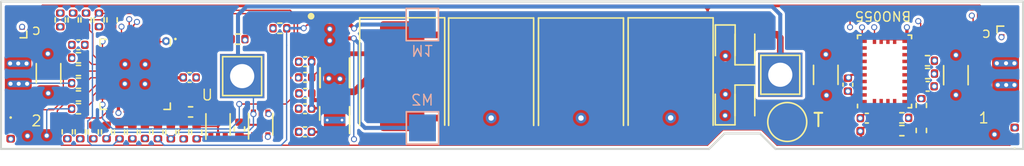
<source format=kicad_pcb>
(kicad_pcb (version 20171130) (host pcbnew "(5.1.12)-1")
  (title_block (title "RTB D15 Decoder") (date 2024-11-28) (rev 3) (company "Frank Schumacher") (comment 1 "Minitrix V160 (#12460)"))
  (layers (0 F.Cu signal) (1 In1.Cu signal) (2 In2.Cu signal) (31 B.Cu signal) (34 B.Paste user hide) (35 F.Paste user hide) (36 B.SilkS user) (37 F.SilkS user) (38 B.Mask user hide) (39 F.Mask user hide) (44 Edge.Cuts user))
  (net 0 "")
  (net 1 GND)
  (net 2 UPDI)
  (net 3 +3V3)
  (net 4 DCC-b)
  (net 5 DCC-a)
  (net 6 RCM.tx)
  (net 7 UDCC-a)
  (net 8 UDCC-b)
  (net 9 "Net-(R7-Pad2)")
  (net 10 "Net-(R8-Pad2)")
  (net 11 ISENS)
  (net 12 PWM2)
  (net 13 PWM1)
  (net 14 M1)
  (net 15 M2)
  (net 16 uSENS2)
  (net 17 uSENS1)
  (net 18 "Net-(C8-Pad2)")
  (net 19 "Net-(R14-Pad1)")
  (net 20 BNO.rx)
  (net 21 BNO.tx)
  (net 22 BNO.res)
  (net 23 "Net-(Q1-Pad5)")
  (net 24 "Net-(Q1-Pad2)")
  (net 25 VTRK)
  (net 26 VHBR)
  (net 27 "Net-(Q1-Pad3)")
  (net 28 "Net-(Q2-Pad5)")
  (net 29 LED.R.wht)
  (net 30 LED.F.wht)
  (net 31 "Net-(C2-Pad1)")
  (net 32 "Net-(R21-Pad2)")
  (net 33 "Net-(R22-Pad2)")
  (net 34 "Net-(R25-Pad1)")
  (net 35 LED.hbt)
  (net 36 Vref)
  (net 37 "Net-(IC1-Pad1)")
  (net 38 "Net-(J9-Pad1)")
  (net 39 "Net-(J11-Pad1)")
  (net 40 "Net-(J13-Pad1)")
  (net 41 "Net-(J14-Pad1)")
  (net 42 "Net-(D3-Pad2)")
  (net 43 "Net-(D1-Pad1)")
  (net 44 "Net-(D5-Pad1)")
  (net 45 COUPLER.1)
  (net 46 COUPLER.2)
  (net 47 LED.F.cab)
  (net 48 LED.R.cab)
  (net 49 "Net-(J1-Pad1)")
  (net 50 LED.aux2)
  (net 51 "Net-(J8-Pad1)")
  (net 52 LED.aux1)
  (module RTB:SON50P200X200X80-9N (layer F.Cu) (at 74.7 -46.25)
    (fp_text reference IC1)
    (fp_text value DRV8231ADSGR)
    (pad 9 smd rect (at 0 0) (size 1 1.7) (layers F.Cu F.Paste F.Mask) (net 1 GND))
    (pad 8 smd rect (at 1.05 -0.75 90) (size 0.3 0.7) (layers F.Cu F.Paste F.Mask) (net 14 M1))
    (pad 7 smd rect (at 1.05 -0.25 90) (size 0.3 0.7) (layers F.Cu F.Paste F.Mask) (net 1 GND))
    (pad 6 smd rect (at 1.05 0.25 90) (size 0.3 0.7) (layers F.Cu F.Paste F.Mask) (net 15 M2))
    (pad 5 smd rect (at 1.05 0.75 90) (size 0.3 0.7) (layers F.Cu F.Paste F.Mask) (net 26 VHBR))
    (pad 4 smd rect (at -1.05 0.75 90) (size 0.3 0.7) (layers F.Cu F.Paste F.Mask) (net 36 Vref))
    (pad 3 smd rect (at -1.05 0.25 90) (size 0.3 0.7) (layers F.Cu F.Paste F.Mask) (net 12 PWM2))
    (pad 2 smd rect (at -1.05 -0.25 90) (size 0.3 0.7) (layers F.Cu F.Paste F.Mask) (net 13 PWM1))
    (pad 1 smd rect (at -1.05 -0.75 90) (size 0.3 0.7) (layers F.Cu F.Paste F.Mask) (net 37 "Net-(IC1-Pad1)"))
  )
  (module Package_DFN_QFN:VQFN-32-1EP_5x5mm_P0.5mm_EP3.1x3.1mm (layer F.Cu) (at 60.2234 -43.307 270)
    (fp_text reference U1 hide)
    (fp_text value AVR-64DA32)
    (pad 32 smd roundrect (at -1.75 -2.4375 270) (size 0.25 0.875) (layers F.Cu F.Paste F.Mask) (net 35 LED.hbt))
    (pad 31 smd roundrect (at -1.25 -2.4375 270) (size 0.25 0.875) (layers F.Cu F.Paste F.Mask))
    (pad 30 smd roundrect (at -0.75 -2.4375 270) (size 0.25 0.875) (layers F.Cu F.Paste F.Mask))
    (pad 29 smd roundrect (at -0.25 -2.4375 270) (size 0.25 0.875) (layers F.Cu F.Paste F.Mask) (net 1 GND))
    (pad 28 smd roundrect (at 0.25 -2.4375 270) (size 0.25 0.875) (layers F.Cu F.Paste F.Mask) (net 3 +3V3))
    (pad 27 smd roundrect (at 0.75 -2.4375 270) (size 0.25 0.875) (layers F.Cu F.Paste F.Mask) (net 2 UPDI))
    (pad 26 smd roundrect (at 1.25 -2.4375 270) (size 0.25 0.875) (layers F.Cu F.Paste F.Mask))
    (pad 25 smd roundrect (at 1.75 -2.4375 270) (size 0.25 0.875) (layers F.Cu F.Paste F.Mask))
    (pad 24 smd roundrect (at 2.4375 -1.75 270) (size 0.875 0.25) (layers F.Cu F.Paste F.Mask) (net 6 RCM.tx))
    (pad 23 smd roundrect (at 2.4375 -1.25 270) (size 0.875 0.25) (layers F.Cu F.Paste F.Mask) (net 10 "Net-(R8-Pad2)"))
    (pad 22 smd roundrect (at 2.4375 -0.75 270) (size 0.875 0.25) (layers F.Cu F.Paste F.Mask) (net 11 ISENS))
    (pad 21 smd roundrect (at 2.4375 -0.25 270) (size 0.875 0.25) (layers F.Cu F.Paste F.Mask) (net 7 UDCC-a))
    (pad 20 smd roundrect (at 2.4375 0.25 270) (size 0.875 0.25) (layers F.Cu F.Paste F.Mask) (net 8 UDCC-b))
    (pad 19 smd roundrect (at 2.4375 0.75 270) (size 0.875 0.25) (layers F.Cu F.Paste F.Mask) (net 1 GND))
    (pad 18 smd roundrect (at 2.4375 1.25 270) (size 0.875 0.25) (layers F.Cu F.Paste F.Mask) (net 3 +3V3))
    (pad 17 smd roundrect (at 2.4375 1.75 270) (size 0.875 0.25) (layers F.Cu F.Paste F.Mask) (net 16 uSENS2))
    (pad 16 smd roundrect (at 1.75 2.4375 270) (size 0.25 0.875) (layers F.Cu F.Paste F.Mask) (net 36 Vref))
    (pad 15 smd roundrect (at 1.25 2.4375 270) (size 0.25 0.875) (layers F.Cu F.Paste F.Mask) (net 50 LED.aux2))
    (pad 14 smd roundrect (at 0.75 2.4375 270) (size 0.25 0.875) (layers F.Cu F.Paste F.Mask) (net 48 LED.R.cab))
    (pad 13 smd roundrect (at 0.25 2.4375 270) (size 0.25 0.875) (layers F.Cu F.Paste F.Mask) (net 30 LED.F.wht))
    (pad 12 smd roundrect (at -0.25 2.4375 270) (size 0.25 0.875) (layers F.Cu F.Paste F.Mask) (net 47 LED.F.cab))
    (pad 11 smd roundrect (at -0.75 2.4375 270) (size 0.25 0.875) (layers F.Cu F.Paste F.Mask) (net 29 LED.R.wht))
    (pad 10 smd roundrect (at -1.25 2.4375 270) (size 0.25 0.875) (layers F.Cu F.Paste F.Mask) (net 17 uSENS1))
    (pad 9 smd roundrect (at -1.75 2.4375 270) (size 0.25 0.875) (layers F.Cu F.Paste F.Mask) (net 52 LED.aux1))
    (pad 8 smd roundrect (at -2.4375 1.75 270) (size 0.875 0.25) (layers F.Cu F.Paste F.Mask) (net 9 "Net-(R7-Pad2)"))
    (pad 7 smd roundrect (at -2.4375 1.25 270) (size 0.875 0.25) (layers F.Cu F.Paste F.Mask) (net 20 BNO.rx))
    (pad 6 smd roundrect (at -2.4375 0.75 270) (size 0.875 0.25) (layers F.Cu F.Paste F.Mask) (net 21 BNO.tx))
    (pad 5 smd roundrect (at -2.4375 0.25 270) (size 0.875 0.25) (layers F.Cu F.Paste F.Mask) (net 22 BNO.res))
    (pad 4 smd roundrect (at -2.4375 -0.25 270) (size 0.875 0.25) (layers F.Cu F.Paste F.Mask) (net 45 COUPLER.1))
    (pad 3 smd roundrect (at -2.4375 -0.75 270) (size 0.875 0.25) (layers F.Cu F.Paste F.Mask) (net 13 PWM1))
    (pad 2 smd roundrect (at -2.4375 -1.25 270) (size 0.875 0.25) (layers F.Cu F.Paste F.Mask) (net 12 PWM2))
    (pad 1 smd roundrect (at -2.4375 -1.75 270) (size 0.875 0.25) (layers F.Cu F.Paste F.Mask) (net 46 COUPLER.2))
    (pad 33 smd roundrect (at 0 0 270) (size 3.1 3.1) (layers F.Cu F.Mask) (roundrect_rratio 0.08064483870967742) (net 1 GND))
  )
  (module RTB:DummyNet-Connector (layer F.Cu) (at 64.38 -41.8)
    (fp_text reference J17)
    (fp_text value Conn_01x01 hide)
    (pad 1 smd circle (at 0 0) (size 0.8 0.8) (layers F.Cu F.Mask) (net 2 UPDI))
  )
  (module Resistor_SMD:R_0402_1005Metric (layer F.Cu) (at 54.65 -47.37 90)
    (fp_text reference R27 hide)
    (fp_text value 3.3k)
    (pad 2 smd roundrect (at 0.51 0 90) (size 0.54 0.64) (layers F.Cu F.Paste F.Mask) (net 51 "Net-(J8-Pad1)"))
    (pad 1 smd roundrect (at -0.51 0 90) (size 0.54 0.64) (layers F.Cu F.Paste F.Mask) (net 52 LED.aux1))
  )
  (module RTB:DummyNet-Connector (layer F.Cu) (at 122.53 -38.81)
    (fp_text reference J8 hide)
    (fp_text value Conn_01x01 hide)
    (pad 1 smd rect (at 0 0) (size 1 1) (layers F.Cu F.Mask) (net 51 "Net-(J8-Pad1)"))
  )
  (module RTB:DummyNet-Connector (layer F.Cu) (at 124.11 -38.84)
    (fp_text reference J7 hide)
    (fp_text value Conn_01x01 hide)
    (pad 1 smd rect (at 0 0) (size 1 1) (layers F.Cu F.Mask) (net 1 GND))
  )
  (module RTB:DummyNet-Connector (layer F.Cu) (at 52.19 -38.69)
    (fp_text reference J6 hide)
    (fp_text value Conn_01x01 hide)
    (pad 1 smd rect (at 0 0) (size 1 1) (layers F.Cu F.Mask) (net 1 GND))
  )
  (module Resistor_SMD:R_0402_1005Metric (layer F.Cu) (at 56 -40.75 180)
    (fp_text reference R16 hide)
    (fp_text value 3.3k)
    (pad 2 smd roundrect (at 0.51 0 180) (size 0.54 0.64) (layers F.Cu F.Paste F.Mask) (net 49 "Net-(J1-Pad1)"))
    (pad 1 smd roundrect (at -0.51 0 180) (size 0.54 0.64) (layers F.Cu F.Paste F.Mask) (net 50 LED.aux2))
  )
  (module RTB:DummyNet-Connector (layer F.Cu) (at 53.62 -38.72)
    (fp_text reference J1 hide)
    (fp_text value Conn_01x01 hide)
    (pad 1 smd rect (at 0 0) (size 1 1) (layers F.Cu F.Mask) (net 49 "Net-(J1-Pad1)"))
  )
  (module Resistor_SMD:R_0402_1005Metric (layer F.Cu) (at 62.87 -39.01 90)
    (fp_text reference R8 hide)
    (fp_text value 33k)
    (pad 2 smd roundrect (at 0.51 0 90) (size 0.54 0.64) (layers F.Cu F.Paste F.Mask) (net 10 "Net-(R8-Pad2)"))
    (pad 1 smd roundrect (at -0.51 0 90) (size 0.54 0.64) (layers F.Cu F.Paste F.Mask) (net 4 DCC-b))
  )
  (module Resistor_SMD:R_0402_1005Metric (layer F.Cu) (at 56.56484 -47.37 90)
    (fp_text reference R12 hide)
    (fp_text value 47k)
    (pad 2 smd roundrect (at 0.51 0 90) (size 0.54 0.64) (layers F.Cu F.Paste F.Mask) (net 14 M1))
    (pad 1 smd roundrect (at -0.51 0 90) (size 0.54 0.64) (layers F.Cu F.Paste F.Mask) (net 17 uSENS1))
  )
  (module Resistor_SMD:R_0402_1005Metric (layer F.Cu) (at 55.61 -47.37 270)
    (fp_text reference R13 hide)
    (fp_text value 10k)
    (pad 2 smd roundrect (at 0.51 0 270) (size 0.54 0.64) (layers F.Cu F.Paste F.Mask) (net 17 uSENS1))
    (pad 1 smd roundrect (at -0.51 0 270) (size 0.54 0.64) (layers F.Cu F.Paste F.Mask) (net 1 GND))
  )
  (module LED_SMD:LED_0402_1005Metric (layer F.Cu) (at 125.62 -38.86 90)
    (fp_text reference D5 hide)
    (fp_text value white)
    (pad 2 smd roundrect (at 0.485 0 90) (size 0.59 0.64) (layers F.Cu F.Paste F.Mask) (net 3 +3V3))
    (pad 1 smd roundrect (at -0.485 0 90) (size 0.59 0.64) (layers F.Cu F.Paste F.Mask) (net 44 "Net-(D5-Pad1)"))
  )
  (module LED_SMD:LED_0402_1005Metric (layer F.Cu) (at 50.96 -39 270)
    (fp_text reference D1 hide)
    (fp_text value white)
    (pad 2 smd roundrect (at 0.485 0 270) (size 0.59 0.64) (layers F.Cu F.Paste F.Mask) (net 3 +3V3))
    (pad 1 smd roundrect (at -0.485 0 270) (size 0.59 0.64) (layers F.Cu F.Paste F.Mask) (net 43 "Net-(D1-Pad1)"))
  )
  (module Resistor_SMD:R_0402_1005Metric (layer F.Cu) (at 119.14 -44.33 180)
    (fp_text reference R2 hide)
    (fp_text value 33k)
    (pad 2 smd roundrect (at 0.51 0 180) (size 0.54 0.64) (layers F.Cu F.Paste F.Mask) (net 22 BNO.res))
    (pad 1 smd roundrect (at -0.51 0 180) (size 0.54 0.64) (layers F.Cu F.Paste F.Mask) (net 1 GND))
  )
  (module Resistor_SMD:R_0402_1005Metric (layer F.Cu) (at 119.1514 -43.3705)
    (fp_text reference R25 hide)
    (fp_text value 10k)
    (pad 2 smd roundrect (at 0.51 0) (size 0.54 0.64) (layers F.Cu F.Paste F.Mask) (net 3 +3V3))
    (pad 1 smd roundrect (at -0.51 0) (size 0.54 0.64) (layers F.Cu F.Paste F.Mask) (net 34 "Net-(R25-Pad1)"))
  )
  (module Capacitor_SMD:C_0402_1005Metric (layer F.Cu) (at 119.1514 -42.418 180)
    (fp_text reference C8 hide)
    (fp_text value 100n)
    (pad 2 smd roundrect (at 0.48 0 180) (size 0.56 0.62) (layers F.Cu F.Paste F.Mask) (net 18 "Net-(C8-Pad2)"))
    (pad 1 smd roundrect (at -0.48 0 180) (size 0.56 0.62) (layers F.Cu F.Paste F.Mask) (net 1 GND))
  )
  (module Resistor_SMD:R_0402_1005Metric (layer F.Cu) (at 118.6815 -40.998 270)
    (fp_text reference R21)
    (fp_text value 10k)
    (pad 2 smd roundrect (at 0.51 0 270) (size 0.54 0.64) (layers F.Cu F.Paste F.Mask) (net 32 "Net-(R21-Pad2)"))
    (pad 1 smd roundrect (at -0.51 0 270) (size 0.54 0.64) (layers F.Cu F.Paste F.Mask) (net 1 GND))
  )
  (module Resistor_SMD:R_0402_1005Metric (layer F.Cu) (at 118.6815 -39.1287 270)
    (fp_text reference R24 hide)
    (fp_text value 10k)
    (pad 2 smd roundrect (at 0.51 0 270) (size 0.54 0.64) (layers F.Cu F.Paste F.Mask) (net 3 +3V3))
    (pad 1 smd roundrect (at -0.51 0 270) (size 0.54 0.64) (layers F.Cu F.Paste F.Mask) (net 32 "Net-(R21-Pad2)"))
  )
  (module Resistor_SMD:R_0402_1005Metric (layer F.Cu) (at 117.2337 -40.0685 180)
    (fp_text reference R22)
    (fp_text value 10k)
    (pad 2 smd roundrect (at 0.51 0 180) (size 0.54 0.64) (layers F.Cu F.Paste F.Mask) (net 33 "Net-(R22-Pad2)"))
    (pad 1 smd roundrect (at -0.51 0 180) (size 0.54 0.64) (layers F.Cu F.Paste F.Mask) (net 1 GND))
  )
  (module Resistor_SMD:R_0402_1005Metric (layer F.Cu) (at 117.2337 -39.116)
    (fp_text reference R23 hide)
    (fp_text value 10k)
    (pad 2 smd roundrect (at 0.51 0) (size 0.54 0.64) (layers F.Cu F.Paste F.Mask) (net 3 +3V3))
    (pad 1 smd roundrect (at -0.51 0) (size 0.54 0.64) (layers F.Cu F.Paste F.Mask) (net 33 "Net-(R22-Pad2)"))
  )
  (module Capacitor_SMD:C_0402_1005Metric (layer F.Cu) (at 114.6302 -40.0431)
    (fp_text reference C9 hide)
    (fp_text value 100n)
    (pad 2 smd roundrect (at 0.48 0) (size 0.56 0.62) (layers F.Cu F.Paste F.Mask) (net 3 +3V3))
    (pad 1 smd roundrect (at -0.48 0) (size 0.56 0.62) (layers F.Cu F.Paste F.Mask) (net 1 GND))
  )
  (module Capacitor_SMD:C_0402_1005Metric (layer F.Cu) (at 113.21796 -42.54246 270)
    (fp_text reference C10 hide)
    (fp_text value 1u)
    (pad 2 smd roundrect (at 0.48 0 270) (size 0.56 0.62) (layers F.Cu F.Paste F.Mask) (net 3 +3V3))
    (pad 1 smd roundrect (at -0.48 0 270) (size 0.56 0.62) (layers F.Cu F.Paste F.Mask) (net 1 GND))
  )
  (module Capacitor_SMD:C_0402_1005Metric (layer F.Cu) (at 64.27 -43.08 180)
    (fp_text reference C6 hide)
    (fp_text value 1u)
    (pad 1 smd roundrect (at -0.48 0 180) (size 0.56 0.62) (layers F.Cu F.Paste F.Mask) (net 1 GND))
    (pad 2 smd roundrect (at 0.48 0 180) (size 0.56 0.62) (layers F.Cu F.Paste F.Mask) (net 3 +3V3))
  )
  (module Resistor_SMD:R_0402_1005Metric (layer F.Cu) (at 70.98 -46.75)
    (fp_text reference R17 hide)
    (fp_text value 3.3k)
    (pad 2 smd roundrect (at 0.51 0) (size 0.54 0.64) (layers F.Cu F.Paste F.Mask) (net 37 "Net-(IC1-Pad1)"))
    (pad 1 smd roundrect (at -0.51 0) (size 0.54 0.64) (layers F.Cu F.Paste F.Mask) (net 1 GND))
  )
  (module Resistor_SMD:R_0402_1005Metric (layer F.Cu) (at 56 -41.7 180)
    (fp_text reference R6 hide)
    (fp_text value 3.3k)
    (pad 2 smd roundrect (at 0.51 0 180) (size 0.54 0.64) (layers F.Cu F.Paste F.Mask) (net 44 "Net-(D5-Pad1)"))
    (pad 1 smd roundrect (at -0.51 0 180) (size 0.54 0.64) (layers F.Cu F.Paste F.Mask) (net 48 LED.R.cab))
  )
  (module Resistor_SMD:R_0402_1005Metric (layer F.Cu) (at 56 -42.65 180)
    (fp_text reference R1 hide)
    (fp_text value 3.3k)
    (pad 2 smd roundrect (at 0.51 0 180) (size 0.54 0.64) (layers F.Cu F.Paste F.Mask) (net 38 "Net-(J9-Pad1)"))
    (pad 1 smd roundrect (at -0.51 0 180) (size 0.54 0.64) (layers F.Cu F.Paste F.Mask) (net 30 LED.F.wht))
  )
  (module Resistor_SMD:R_0402_1005Metric (layer F.Cu) (at 56 -43.6 180)
    (fp_text reference R5 hide)
    (fp_text value 3.3k)
    (pad 2 smd roundrect (at 0.51 0 180) (size 0.54 0.64) (layers F.Cu F.Paste F.Mask) (net 43 "Net-(D1-Pad1)"))
    (pad 1 smd roundrect (at -0.51 0 180) (size 0.54 0.64) (layers F.Cu F.Paste F.Mask) (net 47 LED.F.cab))
  )
  (module Resistor_SMD:R_0402_1005Metric (layer F.Cu) (at 56 -44.55 180)
    (fp_text reference R4 hide)
    (fp_text value 3.3k)
    (pad 2 smd roundrect (at 0.51 0 180) (size 0.54 0.64) (layers F.Cu F.Paste F.Mask) (net 39 "Net-(J11-Pad1)"))
    (pad 1 smd roundrect (at -0.51 0 180) (size 0.54 0.64) (layers F.Cu F.Paste F.Mask) (net 29 LED.R.wht))
  )
  (module Capacitor_SMD:C_0402_1005Metric (layer F.Cu) (at 55.995 -45.51)
    (fp_text reference C13 hide)
    (fp_text value 1u)
    (pad 2 smd roundrect (at 0.48 0) (size 0.56 0.62) (layers F.Cu F.Paste F.Mask) (net 3 +3V3))
    (pad 1 smd roundrect (at -0.48 0) (size 0.56 0.62) (layers F.Cu F.Paste F.Mask) (net 1 GND))
  )
  (module Resistor_SMD:R_0402_1005Metric (layer F.Cu) (at 58.5 -47.375 270)
    (fp_text reference R7 hide)
    (fp_text value 33k)
    (pad 2 smd roundrect (at 0.51 0 270) (size 0.54 0.64) (layers F.Cu F.Paste F.Mask) (net 9 "Net-(R7-Pad2)"))
    (pad 1 smd roundrect (at -0.51 0 270) (size 0.54 0.64) (layers F.Cu F.Paste F.Mask) (net 5 DCC-a))
  )
  (module Resistor_SMD:R_0402_1005Metric (layer F.Cu) (at 57.525 -47.375 90)
    (fp_text reference R19 hide)
    (fp_text value 10k)
    (pad 2 smd roundrect (at 0.51 0 90) (size 0.54 0.64) (layers F.Cu F.Paste F.Mask) (net 5 DCC-a))
    (pad 1 smd roundrect (at -0.51 0 90) (size 0.54 0.64) (layers F.Cu F.Paste F.Mask) (net 1 GND))
  )
  (module Resistor_SMD:R_0402_1005Metric (layer F.Cu) (at 63.83 -39.01 90)
    (fp_text reference R20 hide)
    (fp_text value 10k)
    (pad 2 smd roundrect (at 0.51 0 90) (size 0.54 0.64) (layers F.Cu F.Paste F.Mask) (net 4 DCC-b))
    (pad 1 smd roundrect (at -0.51 0 90) (size 0.54 0.64) (layers F.Cu F.Paste F.Mask) (net 1 GND))
  )
  (module Resistor_SMD:R_0402_1005Metric (layer F.Cu) (at 67.87 -45.94)
    (fp_text reference R26 hide)
    (fp_text value 3.3k)
    (pad 2 smd roundrect (at 0.51 0) (size 0.54 0.64) (layers F.Cu F.Paste F.Mask) (net 3 +3V3))
    (pad 1 smd roundrect (at -0.51 0) (size 0.54 0.64) (layers F.Cu F.Paste F.Mask) (net 42 "Net-(D3-Pad2)"))
  )
  (module LED_SMD:LED_0402_1005Metric (layer F.Cu) (at 64.3 -45.95)
    (fp_text reference D3 hide)
    (fp_text value LED_Small)
    (pad 2 smd roundrect (at 0.485 0) (size 0.59 0.64) (layers F.Cu F.Paste F.Mask) (net 42 "Net-(D3-Pad2)"))
    (pad 1 smd roundrect (at -0.485 0) (size 0.59 0.64) (layers F.Cu F.Paste F.Mask) (net 35 LED.hbt))
  )
  (module Capacitor_SMD:C_0402_1005Metric (layer F.Cu) (at 72.8671 -43.08952 180)
    (fp_text reference C2 hide)
    (fp_text value 100n)
    (pad 2 smd roundrect (at 0.48 0 180) (size 0.56 0.62) (layers F.Cu F.Paste F.Mask) (net 1 GND))
    (pad 1 smd roundrect (at -0.48 0 180) (size 0.56 0.62) (layers F.Cu F.Paste F.Mask) (net 31 "Net-(C2-Pad1)"))
  )
  (module Capacitor_SMD:C_0402_1005Metric (layer F.Cu) (at 72.875 -41.89318 180)
    (fp_text reference C5 hide)
    (fp_text value 100n/50V)
    (pad 2 smd roundrect (at 0.48 0 180) (size 0.56 0.62) (layers F.Cu F.Paste F.Mask) (net 1 GND))
    (pad 1 smd roundrect (at -0.48 0 180) (size 0.56 0.62) (layers F.Cu F.Paste F.Mask) (net 25 VTRK))
  )
  (module Resistor_SMD:R_0402_1005Metric (layer F.Cu) (at 64.3382 -40.51046)
    (fp_text reference R15 hide)
    (fp_text value 10k)
    (pad 2 smd roundrect (at 0.51 0) (size 0.54 0.64) (layers F.Cu F.Paste F.Mask) (net 23 "Net-(Q1-Pad5)"))
    (pad 1 smd roundrect (at -0.51 0) (size 0.54 0.64) (layers F.Cu F.Paste F.Mask) (net 6 RCM.tx))
  )
  (module Resistor_SMD:R_0402_1005Metric (layer F.Cu) (at 67.97294 -39.23538 270)
    (fp_text reference R18 hide)
    (fp_text value 10k)
    (pad 2 smd roundrect (at 0.51 0 270) (size 0.54 0.64) (layers F.Cu F.Paste F.Mask) (net 27 "Net-(Q1-Pad3)"))
    (pad 1 smd roundrect (at -0.51 0 270) (size 0.54 0.64) (layers F.Cu F.Paste F.Mask) (net 28 "Net-(Q2-Pad5)"))
  )
  (module Resistor_SMD:R_0402_1005Metric (layer F.Cu) (at 61.91 -39.02 90)
    (fp_text reference R9 hide)
    (fp_text value 220k)
    (pad 2 smd roundrect (at 0.51 0 90) (size 0.54 0.64) (layers F.Cu F.Paste F.Mask) (net 11 ISENS))
    (pad 1 smd roundrect (at -0.51 0 90) (size 0.54 0.64) (layers F.Cu F.Paste F.Mask) (net 37 "Net-(IC1-Pad1)"))
  )
  (module Capacitor_SMD:C_0402_1005Metric (layer F.Cu) (at 60.94 -39.01 270)
    (fp_text reference C22 hide)
    (fp_text value 1u/25V)
    (pad 2 smd roundrect (at 0.48 0 270) (size 0.56 0.62) (layers F.Cu F.Paste F.Mask) (net 1 GND))
    (pad 1 smd roundrect (at -0.48 0 270) (size 0.56 0.62) (layers F.Cu F.Paste F.Mask) (net 11 ISENS))
  )
  (module Resistor_SMD:R_0402_1005Metric (layer F.Cu) (at 57.10174 -39.01376 270)
    (fp_text reference R37 hide)
    (fp_text value 9.1k)
    (pad 2 smd roundrect (at 0.51 0 270) (size 0.54 0.64) (layers F.Cu F.Paste F.Mask) (net 1 GND))
    (pad 1 smd roundrect (at -0.51 0 270) (size 0.54 0.64) (layers F.Cu F.Paste F.Mask) (net 8 UDCC-b))
  )
  (module Resistor_SMD:R_0402_1005Metric (layer F.Cu) (at 58.09234 -39.01376 90)
    (fp_text reference R35 hide)
    (fp_text value 220k)
    (pad 2 smd roundrect (at 0.51 0 90) (size 0.54 0.64) (layers F.Cu F.Paste F.Mask) (net 8 UDCC-b))
    (pad 1 smd roundrect (at -0.51 0 90) (size 0.54 0.64) (layers F.Cu F.Paste F.Mask) (net 4 DCC-b))
  )
  (module Resistor_SMD:R_0402_1005Metric (layer F.Cu) (at 59.05246 -39.00868 90)
    (fp_text reference R34 hide)
    (fp_text value 220k)
    (pad 2 smd roundrect (at 0.51 0 90) (size 0.54 0.64) (layers F.Cu F.Paste F.Mask) (net 7 UDCC-a))
    (pad 1 smd roundrect (at -0.51 0 90) (size 0.54 0.64) (layers F.Cu F.Paste F.Mask) (net 5 DCC-a))
  )
  (module Resistor_SMD:R_0402_1005Metric (layer F.Cu) (at 60.0075 -39.00614 270)
    (fp_text reference R36 hide)
    (fp_text value 9.1k)
    (pad 2 smd roundrect (at 0.51 0 270) (size 0.54 0.64) (layers F.Cu F.Paste F.Mask) (net 1 GND))
    (pad 1 smd roundrect (at -0.51 0 270) (size 0.54 0.64) (layers F.Cu F.Paste F.Mask) (net 7 UDCC-a))
  )
  (module Resistor_SMD:R_0402_1005Metric (layer F.Cu) (at 55.17254 -39.01868 270)
    (fp_text reference R10 hide)
    (fp_text value 47k)
    (pad 2 smd roundrect (at 0.51 0 270) (size 0.54 0.64) (layers F.Cu F.Paste F.Mask) (net 15 M2))
    (pad 1 smd roundrect (at -0.51 0 270) (size 0.54 0.64) (layers F.Cu F.Paste F.Mask) (net 16 uSENS2))
  )
  (module Resistor_SMD:R_0402_1005Metric (layer F.Cu) (at 56.1352 -39.01868 90)
    (fp_text reference R11 hide)
    (fp_text value 10k)
    (pad 2 smd roundrect (at 0.51 0 90) (size 0.54 0.64) (layers F.Cu F.Paste F.Mask) (net 16 uSENS2))
    (pad 1 smd roundrect (at -0.51 0 90) (size 0.54 0.64) (layers F.Cu F.Paste F.Mask) (net 1 GND))
  )
  (module Resistor_SMD:R_0402_1005Metric (layer F.Cu) (at 64.79 -39.01 90)
    (fp_text reference R3 hide)
    (fp_text value 22)
    (pad 2 smd roundrect (at 0.51 0 90) (size 0.54 0.64) (layers F.Cu F.Paste F.Mask) (net 24 "Net-(Q1-Pad2)"))
    (pad 1 smd roundrect (at -0.51 0 90) (size 0.54 0.64) (layers F.Cu F.Paste F.Mask) (net 3 +3V3))
  )
  (module Capacitor_SMD:C_1206_3216Metric (layer F.Cu) (at 53.775 -43.4 270)
    (fp_text reference C15 hide)
    (fp_text value 220u/6V)
    (pad 2 smd roundrect (at 1.475 0 270) (size 1.15 1.8) (layers F.Cu F.Paste F.Mask) (roundrect_rratio 0.2173904347826087) (net 1 GND))
    (pad 1 smd roundrect (at -1.475 0 270) (size 1.15 1.8) (layers F.Cu F.Paste F.Mask) (roundrect_rratio 0.2173904347826087) (net 3 +3V3))
  )
  (module Capacitor_SMD:C_1206_3216Metric (layer F.Cu) (at 121.25 -43.25 270)
    (fp_text reference C14 hide)
    (fp_text value 220u/6V)
    (pad 2 smd roundrect (at 1.475 0 270) (size 1.15 1.8) (layers F.Cu F.Paste F.Mask) (roundrect_rratio 0.2173904347826087) (net 1 GND))
    (pad 1 smd roundrect (at -1.475 0 270) (size 1.15 1.8) (layers F.Cu F.Paste F.Mask) (roundrect_rratio 0.2173904347826087) (net 3 +3V3))
  )
  (module Capacitor_SMD:C_1206_3216Metric (layer F.Cu) (at 111.575 -43.275 90)
    (fp_text reference C4)
    (fp_text value 220u/6V)
    (pad 2 smd roundrect (at 1.475 0 90) (size 1.15 1.8) (layers F.Cu F.Paste F.Mask) (roundrect_rratio 0.2173904347826087) (net 1 GND))
    (pad 1 smd roundrect (at -1.475 0 90) (size 1.15 1.8) (layers F.Cu F.Paste F.Mask) (roundrect_rratio 0.2173904347826087) (net 3 +3V3))
  )
  (module Package_DFN_QFN:Diodes_DFN1006-3 (layer F.Cu) (at 125.01 -46.41)
    (fp_text reference Q4 hide)
    (fp_text value PMZB200UNEYL)
    (pad 1 smd rect (at -0.35 -0.225 270) (size 0.25 0.4) (layers F.Cu F.Paste F.Mask) (net 46 COUPLER.2))
    (pad 2 smd rect (at -0.35 0.225 270) (size 0.25 0.4) (layers F.Cu F.Paste F.Mask) (net 1 GND))
    (pad 3 smd rect (at 0.35 0 270) (size 0.7 0.4) (layers F.Cu F.Paste F.Mask) (net 41 "Net-(J14-Pad1)"))
  )
  (module Package_DFN_QFN:Diodes_DFN1006-3 (layer F.Cu) (at 51.46 -46.54 180)
    (fp_text reference Q3 hide)
    (fp_text value PMZB200UNEYL)
    (pad 1 smd rect (at -0.35 -0.225 90) (size 0.25 0.4) (layers F.Cu F.Paste F.Mask) (net 45 COUPLER.1))
    (pad 2 smd rect (at -0.35 0.225 90) (size 0.25 0.4) (layers F.Cu F.Paste F.Mask) (net 1 GND))
    (pad 3 smd rect (at 0.35 0 90) (size 0.7 0.4) (layers F.Cu F.Paste F.Mask) (net 40 "Net-(J13-Pad1)"))
  )
  (module RTB:DummyNet-Connector (layer F.Cu) (at 123.56 -47.87)
    (fp_text reference J16 hide)
    (fp_text value Conn_01x01 hide)
    (pad 1 smd rect (at 0 0) (size 1 1) (layers F.Cu F.Mask) (net 25 VTRK))
  )
  (module RTB:DummyNet-Connector (layer F.Cu) (at 52.85 -47.93)
    (fp_text reference J15 hide)
    (fp_text value Conn_01x01 hide)
    (pad 1 smd rect (at 0 0) (size 1 1) (layers F.Cu F.Mask) (net 25 VTRK))
  )
  (module RTB:DummyNet-Connector (layer F.Cu) (at 125.36 -47.88)
    (fp_text reference J14 hide)
    (fp_text value Conn_01x01 hide)
    (pad 1 smd rect (at 0 0) (size 1 1) (layers F.Cu F.Mask) (net 41 "Net-(J14-Pad1)"))
  )
  (module RTB:DummyNet-Connector (layer F.Cu) (at 51.1 -47.95)
    (fp_text reference J13 hide)
    (fp_text value Conn_01x01 hide)
    (pad 1 smd rect (at 0 0) (size 1 1) (layers F.Cu F.Mask) (net 40 "Net-(J13-Pad1)"))
  )
  (module RTB:DummyNet-Connector (layer F.Cu) (at 124.95 -42.55)
    (fp_text reference J12 hide)
    (fp_text value Conn_01x01 hide)
    (pad 1 smd rect (at 0 0) (size 2 1) (layers F.Cu F.Mask) (net 3 +3V3))
  )
  (module RTB:DummyNet-Connector (layer F.Cu) (at 124.94 -44.13)
    (fp_text reference J11 hide)
    (fp_text value Conn_01x01 hide)
    (pad 1 smd rect (at 0 0) (size 2 1) (layers F.Cu F.Mask) (net 39 "Net-(J11-Pad1)"))
  )
  (module Capacitor_SMD:C_0402_1005Metric (layer F.Cu) (at 72.86202 -44.25538 180)
    (fp_text reference C1 hide)
    (fp_text value 100n/50V)
    (pad 2 smd roundrect (at 0.48 0 180) (size 0.56 0.62) (layers F.Cu F.Paste F.Mask) (net 1 GND))
    (pad 1 smd roundrect (at -0.48 0 180) (size 0.56 0.62) (layers F.Cu F.Paste F.Mask) (net 26 VHBR))
  )
  (module RTB:DummyNet-Connector (layer F.Cu) (at 51.5 -44.125)
    (fp_text reference J10 hide)
    (fp_text value Conn_01x01 hide)
    (pad 1 smd rect (at 0 0) (size 2 1) (layers F.Cu F.Mask) (net 3 +3V3))
  )
  (module RTB:DummyNet-Connector (layer F.Cu) (at 51.525 -42.575)
    (fp_text reference J9 hide)
    (fp_text value Conn_01x01 hide)
    (pad 1 smd rect (at 0 0) (size 2 1) (layers F.Cu F.Mask) (net 38 "Net-(J9-Pad1)"))
  )
  (module Capacitor_Tantalum_SMD:CP_EIA-7361-38_AVX-V (layer F.Cu) (at 80.075 -43.175 270)
    (fp_text reference C3 hide)
    (fp_text value 330u/25V)
    (pad 2 smd roundrect (at 3.1 0 270) (size 2 3.3) (layers F.Cu F.Paste F.Mask) (roundrect_rratio 0.125) (net 1 GND))
    (pad 1 smd roundrect (at -3.1 0 270) (size 2 3.3) (layers F.Cu F.Paste F.Mask) (roundrect_rratio 0.125) (net 26 VHBR))
  )
  (module Package_SON:WSON-6-1EP_2x2mm_P0.65mm_EP1x1.6mm_ThermalVias (layer F.Cu) (at 75.05 -39.9 90)
    (fp_text reference IC2 hide)
    (fp_text value NCP730BM)
    (pad 1 smd roundrect (at -0.8875 -0.65 90) (size 0.375 0.4) (layers F.Cu F.Paste F.Mask) (net 3 +3V3))
    (pad 2 smd roundrect (at -0.8875 0 90) (size 0.375 0.4) (layers F.Cu F.Paste F.Mask))
    (pad 3 smd roundrect (at -0.8875 0.65 90) (size 0.375 0.4) (layers F.Cu F.Paste F.Mask) (net 1 GND))
    (pad 4 smd roundrect (at 0.8875 0.65 90) (size 0.375 0.4) (layers F.Cu F.Paste F.Mask))
    (pad 5 smd roundrect (at 0.8875 0 90) (size 0.375 0.4) (layers F.Cu F.Paste F.Mask))
    (pad 6 smd roundrect (at 0.8875 -0.65 90) (size 0.375 0.4) (layers F.Cu F.Paste F.Mask) (net 26 VHBR))
    (pad 7 smd rect (at 0 0 90) (size 1 1.6) (layers F.Cu F.Mask) (net 1 GND))
    (pad 7 thru_hole circle (at 0 -0.55 90) (size 0.5 0.5) (drill 0.2) (layers *.Cu) (net 1 GND))
    (pad 7 thru_hole circle (at 0 0.55 90) (size 0.5 0.5) (drill 0.2) (layers *.Cu) (net 1 GND))
    (pad 7 smd rect (at 0 0 90) (size 0.5 1.6) (layers B.Cu) (net 1 GND))
  )
  (module Capacitor_SMD:C_0402_1005Metric (layer F.Cu) (at 72.85 -39.025 180)
    (fp_text reference C12 hide)
    (fp_text value 4.7u/6V)
    (pad 2 smd roundrect (at 0.48 0 180) (size 0.56 0.62) (layers F.Cu F.Paste F.Mask) (net 1 GND))
    (pad 1 smd roundrect (at -0.48 0 180) (size 0.56 0.62) (layers F.Cu F.Paste F.Mask) (net 3 +3V3))
  )
  (module Capacitor_SMD:C_0402_1005Metric (layer F.Cu) (at 72.855 -40.75 180)
    (fp_text reference C11 hide)
    (fp_text value 100n/50V)
    (pad 2 smd roundrect (at 0.48 0 180) (size 0.56 0.62) (layers F.Cu F.Paste F.Mask) (net 1 GND))
    (pad 1 smd roundrect (at -0.48 0 180) (size 0.56 0.62) (layers F.Cu F.Paste F.Mask) (net 26 VHBR))
  )
  (module TestPoint:TestPoint_Pad_D2.5mm (layer F.Cu) (at 108.71 -39.76)
    (fp_text reference J4 hide)
    (fp_text value Conn_01x01)
    (pad 1 smd circle (at 0 0) (size 2.3 2.3) (layers F.Cu F.Mask) (net 5 DCC-a))
  )
  (module TestPoint:TestPoint_THTPad_2.0x2.0mm_Drill1.0mm (layer B.Cu) (at 81.5721 -47.0281)
    (fp_text reference J2 hide)
    (fp_text value Conn_01x01)
    (pad 1 smd rect (at 0 0) (size 2 2) (layers B.Cu B.Paste B.Mask) (net 14 M1))
  )
  (module Diode_SMD:D_0603_1608Metric (layer F.Cu) (at 105.56 -41.03 270)
    (fp_text reference D4 hide)
    (fp_text value D)
    (pad 2 smd roundrect (at 0.7875 0 270) (size 0.875 0.95) (layers F.Cu F.Paste F.Mask) (net 5 DCC-a))
    (pad 1 smd roundrect (at -0.7875 0 270) (size 0.875 0.95) (layers F.Cu F.Paste F.Mask) (net 25 VTRK))
  )
  (module Capacitor_Tantalum_SMD:CP_EIA-7361-38_AVX-V (layer F.Cu) (at 100.0379 -43.1673 270)
    (fp_text reference C18 hide)
    (fp_text value 330u/25V)
    (pad 2 smd roundrect (at 3.1 0 270) (size 2 3.3) (layers F.Cu F.Paste F.Mask) (roundrect_rratio 0.125) (net 1 GND))
    (pad 1 smd roundrect (at -3.1 0 270) (size 2 3.3) (layers F.Cu F.Paste F.Mask) (roundrect_rratio 0.125) (net 26 VHBR))
  )
  (module Capacitor_Tantalum_SMD:CP_EIA-7361-38_AVX-V (layer F.Cu) (at 93.3704 -43.1546 270)
    (fp_text reference C17 hide)
    (fp_text value 330u/25V)
    (pad 2 smd roundrect (at 3.1 0 270) (size 2 3.3) (layers F.Cu F.Paste F.Mask) (roundrect_rratio 0.125) (net 1 GND))
    (pad 1 smd roundrect (at -3.1 0 270) (size 2 3.3) (layers F.Cu F.Paste F.Mask) (roundrect_rratio 0.125) (net 26 VHBR))
  )
  (module Capacitor_Tantalum_SMD:CP_EIA-7361-38_AVX-V (layer F.Cu) (at 86.6902 -43.1546 270)
    (fp_text reference C7 hide)
    (fp_text value 330u/25V)
    (pad 2 smd roundrect (at 3.1 0 270) (size 2 3.3) (layers F.Cu F.Paste F.Mask) (roundrect_rratio 0.125) (net 1 GND))
    (pad 1 smd roundrect (at -3.1 0 270) (size 2 3.3) (layers F.Cu F.Paste F.Mask) (roundrect_rratio 0.125) (net 26 VHBR))
  )
  (module TestPoint:TestPoint_THTPad_2.5x2.5mm_Drill1.2mm (layer F.Cu) (at 68.1736 -43.18)
    (fp_text reference H2 hide)
    (fp_text value MountingHole)
    (pad 1 thru_hole rect (at 0 0) (size 3.3 3.3) (drill 1.8) (layers *.Cu F.Mask) (net 4 DCC-b))
  )
  (module TestPoint:TestPoint_THTPad_2.5x2.5mm_Drill1.2mm (layer F.Cu) (at 108.1913 -43.2816)
    (fp_text reference m1 hide)
    (fp_text value MountingHole_Pad)
    (pad 1 thru_hole rect (at 0 0) (size 3.3 3.3) (drill 1.8) (layers *.Cu F.Mask) (net 4 DCC-b))
  )
  (module TestPoint:TestPoint_THTPad_2.0x2.0mm_Drill1.0mm (layer B.Cu) (at 81.5848 -39.3192)
    (fp_text reference J3 hide)
    (fp_text value Conn_01x01)
    (pad 1 smd rect (at 0 0) (size 2 2) (layers B.Cu B.Paste B.Mask) (net 15 M2))
  )
  (module Package_TO_SOT_SMD:SOT-666 (layer F.Cu) (at 69.55 -39.59 90)
    (fp_text reference Q2 hide)
    (fp_text value BC847BDW1)
    (pad 6 smd rect (at 0.85 -0.5375 90) (size 0.5 0.375) (layers F.Cu F.Paste F.Mask) (net 4 DCC-b))
    (pad 4 smd rect (at 0.85 0.5375 90) (size 0.5 0.375) (layers F.Cu F.Paste F.Mask) (net 1 GND))
    (pad 2 smd rect (at -0.925 0 90) (size 0.65 0.3) (layers F.Cu F.Paste F.Mask) (net 27 "Net-(Q1-Pad3)"))
    (pad 5 smd rect (at 0.925 0 90) (size 0.65 0.3) (layers F.Cu F.Paste F.Mask) (net 28 "Net-(Q2-Pad5)"))
    (pad 3 smd rect (at -0.85 0.5375 90) (size 0.5 0.375) (layers F.Cu F.Paste F.Mask) (net 5 DCC-a))
    (pad 1 smd rect (at -0.85 -0.5375 90) (size 0.5 0.375) (layers F.Cu F.Paste F.Mask) (net 27 "Net-(Q1-Pad3)"))
  )
  (module Package_TO_SOT_SMD:SOT-666 (layer F.Cu) (at 66.38036 -39.57 90)
    (fp_text reference Q1 hide)
    (fp_text value BC857BDW1)
    (pad 1 smd rect (at -0.85 -0.5375 90) (size 0.5 0.375) (layers F.Cu F.Paste F.Mask) (net 3 +3V3))
    (pad 3 smd rect (at -0.85 0.5375 90) (size 0.5 0.375) (layers F.Cu F.Paste F.Mask) (net 27 "Net-(Q1-Pad3)"))
    (pad 5 smd rect (at 0.925 0 90) (size 0.65 0.3) (layers F.Cu F.Paste F.Mask) (net 23 "Net-(Q1-Pad5)"))
    (pad 2 smd rect (at -0.925 0 90) (size 0.65 0.3) (layers F.Cu F.Paste F.Mask) (net 24 "Net-(Q1-Pad2)"))
    (pad 4 smd rect (at 0.85 0.5375 90) (size 0.5 0.375) (layers F.Cu F.Paste F.Mask) (net 24 "Net-(Q1-Pad2)"))
    (pad 6 smd rect (at 0.85 -0.5375 90) (size 0.5 0.375) (layers F.Cu F.Paste F.Mask) (net 23 "Net-(Q1-Pad5)"))
  )
  (module Package_DFN_QFN:DFN-6-1EP_2x2mm_P0.65mm_EP1x1.6mm (layer F.Cu) (at 75.0642 -43.06158 270)
    (fp_text reference U4 hide)
    (fp_text value TPS22810DRVR)
    (pad 7 smd rect (at 0 0 270) (size 1 1.6) (layers F.Cu F.Mask) (net 1 GND))
    (pad 6 smd rect (at 1.05 -0.65 270) (size 0.65 0.35) (layers F.Cu F.Paste F.Mask) (net 25 VTRK))
    (pad 5 smd rect (at 1.05 0 270) (size 0.65 0.35) (layers F.Cu F.Paste F.Mask) (net 25 VTRK))
    (pad 4 smd rect (at 1.05 0.65 270) (size 0.65 0.35) (layers F.Cu F.Paste F.Mask) (net 1 GND))
    (pad 3 smd rect (at -1.05 0.65 270) (size 0.65 0.35) (layers F.Cu F.Paste F.Mask) (net 31 "Net-(C2-Pad1)"))
    (pad 2 smd rect (at -1.05 0 270) (size 0.65 0.35) (layers F.Cu F.Paste F.Mask))
    (pad 1 smd rect (at -1.05 -0.65 270) (size 0.65 0.35) (layers F.Cu F.Paste F.Mask) (net 26 VHBR))
  )
  (module Diode_SMD:D_0603_1608Metric (layer F.Cu) (at 104.09 -41.03 90)
    (fp_text reference D2 hide)
    (fp_text value CDBURT0530)
    (pad 2 smd roundrect (at 0.7875 0 90) (size 0.875 0.95) (layers F.Cu F.Paste F.Mask) (net 1 GND))
    (pad 1 smd roundrect (at -0.7875 0 90) (size 0.875 0.95) (layers F.Cu F.Paste F.Mask) (net 5 DCC-a))
  )
  (module Diode_SMD:D_0603_1608Metric (layer F.Cu) (at 105.56 -45.51 90)
    (fp_text reference D7 hide)
    (fp_text value D)
    (pad 2 smd roundrect (at 0.7875 0 90) (size 0.875 0.95) (layers F.Cu F.Paste F.Mask) (net 4 DCC-b))
    (pad 1 smd roundrect (at -0.7875 0 90) (size 0.875 0.95) (layers F.Cu F.Paste F.Mask) (net 25 VTRK))
  )
  (module Diode_SMD:D_0603_1608Metric (layer F.Cu) (at 104.1 -45.51 270)
    (fp_text reference D8 hide)
    (fp_text value D)
    (pad 2 smd roundrect (at 0.7875 0 270) (size 0.875 0.95) (layers F.Cu F.Paste F.Mask) (net 1 GND))
    (pad 1 smd roundrect (at -0.7875 0 270) (size 0.875 0.95) (layers F.Cu F.Paste F.Mask) (net 4 DCC-b))
  )
  (module Resistor_SMD:R_0402_1005Metric (layer F.Cu) (at 114.6302 -39.0779 180)
    (fp_text reference R14 hide)
    (fp_text value 10k)
    (pad 2 smd roundrect (at 0.485 0 180) (size 0.59 0.64) (layers F.Cu F.Paste F.Mask) (net 3 +3V3))
    (pad 1 smd roundrect (at -0.485 0 180) (size 0.59 0.64) (layers F.Cu F.Paste F.Mask) (net 19 "Net-(R14-Pad1)"))
  )
  (module Package_LGA:LGA-28_5.2x3.8mm_P0.5mm (layer F.Cu) (at 115.94592 -43.52798 90)
    (fp_text reference U3 hide)
    (fp_text value BNO055)
    (pad 16 smd rect (at 2.3875 0.75 180) (size 0.254 0.675) (layers F.Cu F.Paste F.Mask) (net 1 GND))
    (pad 17 smd rect (at 2.3875 0.25 180) (size 0.254 0.675) (layers F.Cu F.Paste F.Mask) (net 1 GND))
    (pad 18 smd rect (at 2.3875 -0.25 180) (size 0.254 0.675) (layers F.Cu F.Paste F.Mask) (net 1 GND))
    (pad 15 smd rect (at 2.25 1.6625 90) (size 0.254 0.675) (layers F.Cu F.Paste F.Mask) (net 1 GND))
    (pad 14 smd rect (at 1.75 1.6625 90) (size 0.254 0.675) (layers F.Cu F.Paste F.Mask))
    (pad 13 smd rect (at 1.25 1.6625 90) (size 0.254 0.675) (layers F.Cu F.Paste F.Mask))
    (pad 12 smd rect (at 0.75 1.6625 90) (size 0.254 0.675) (layers F.Cu F.Paste F.Mask))
    (pad 11 smd rect (at 0.25 1.6625 90) (size 0.254 0.675) (layers F.Cu F.Paste F.Mask) (net 22 BNO.res))
    (pad 10 smd rect (at -0.25 1.6625 90) (size 0.254 0.675) (layers F.Cu F.Paste F.Mask) (net 34 "Net-(R25-Pad1)"))
    (pad 9 smd rect (at -0.75 1.6625 90) (size 0.254 0.675) (layers F.Cu F.Paste F.Mask) (net 18 "Net-(C8-Pad2)"))
    (pad 8 smd rect (at -1.25 1.6625 90) (size 0.254 0.675) (layers F.Cu F.Paste F.Mask))
    (pad 7 smd rect (at -1.75 1.6625 90) (size 0.254 0.675) (layers F.Cu F.Paste F.Mask))
    (pad 20 smd rect (at 2.25 -1.6625 90) (size 0.254 0.675) (layers F.Cu F.Paste F.Mask) (net 20 BNO.rx))
    (pad 21 smd rect (at 1.75 -1.6625 90) (size 0.254 0.675) (layers F.Cu F.Paste F.Mask))
    (pad 22 smd rect (at 1.25 -1.6625 90) (size 0.254 0.675) (layers F.Cu F.Paste F.Mask))
    (pad 23 smd rect (at 0.75 -1.6625 90) (size 0.254 0.675) (layers F.Cu F.Paste F.Mask))
    (pad 24 smd rect (at 0.25 -1.6625 90) (size 0.254 0.675) (layers F.Cu F.Paste F.Mask))
    (pad 25 smd rect (at -0.25 -1.6625 90) (size 0.254 0.675) (layers F.Cu F.Paste F.Mask) (net 1 GND))
    (pad 26 smd rect (at -0.75 -1.6625 90) (size 0.254 0.675) (layers F.Cu F.Paste F.Mask))
    (pad 27 smd rect (at -1.25 -1.6625 90) (size 0.254 0.675) (layers F.Cu F.Paste F.Mask))
    (pad 28 smd rect (at -1.75 -1.6625 90) (size 0.254 0.675) (layers F.Cu F.Paste F.Mask) (net 3 +3V3))
    (pad 5 smd rect (at -2.3875 0.75 180) (size 0.254 0.675) (layers F.Cu F.Paste F.Mask) (net 33 "Net-(R22-Pad2)"))
    (pad 4 smd rect (at -2.3875 0.25 180) (size 0.254 0.675) (layers F.Cu F.Paste F.Mask) (net 19 "Net-(R14-Pad1)"))
    (pad 3 smd rect (at -2.3875 -0.25 180) (size 0.254 0.675) (layers F.Cu F.Paste F.Mask) (net 3 +3V3))
    (pad 1 smd rect (at -2.25 -1.6625 90) (size 0.254 0.675) (layers F.Cu F.Paste F.Mask))
    (pad 2 smd rect (at -2.3875 -0.75 180) (size 0.254 0.675) (layers F.Cu F.Paste F.Mask) (net 1 GND))
    (pad 6 smd rect (at -2.25 1.6625 90) (size 0.254 0.675) (layers F.Cu F.Paste F.Mask) (net 32 "Net-(R21-Pad2)"))
    (pad 19 smd rect (at 2.3875 -0.75 180) (size 0.254 0.675) (layers F.Cu F.Paste F.Mask) (net 21 BNO.tx))
  )
  (gr_text U (at 65.58 -41.77) (layer F.SilkS) (effects (font (size 0.8 0.8) (thickness 0.1)) (justify mirror)))
  (gr_text 1 (at 123.32 -40.06) (layer F.SilkS) (effects (font (size 0.8 0.8) (thickness 0.1))))
  (gr_text 2 (at 52.88 -39.84) (layer F.SilkS) (effects (font (size 0.8 0.8) (thickness 0.1))))
  (gr_text M1 (at 81.59 -45.1 180) (layer B.SilkS) (effects (font (size 0.8 0.8) (thickness 0.1)) (justify mirror)))
  (gr_text M2 (at 81.57 -41.39) (layer B.SilkS) (effects (font (size 0.8 0.8) (thickness 0.1)) (justify mirror)))
  (gr_text c (at 123.51 -46.44) (layer F.SilkS) (effects (font (size 0.8 0.8) (thickness 0.1)) (justify mirror)))
  (gr_text c (at 52.86 -46.66) (layer F.SilkS) (effects (font (size 0.8 0.8) (thickness 0.1)) (justify mirror)))
  (gr_text BNO055 (at 117.98 -47.66 180) (layer F.SilkS) (effects (font (size 0.7 0.7) (thickness 0.1)) (justify left)))
  (gr_text T (at 111.025 -39.9) (layer F.SilkS) (effects (font (size 1 1))))
  (gr_line (start 106.68 -38.9001) (end 104.04602 -38.9001) (layer Edge.Cuts) (width 0.15))
  (gr_line (start 104.04602 -38.9001) (end 102.8954 -37.74948) (layer Edge.Cuts) (width 0.15))
  (gr_line (start 107.8357 -37.74948) (end 106.68 -38.9001) (layer Edge.Cuts) (width 0.15))
  (gr_line (start 102.8954 -37.74948) (end 50.2412 -37.74948) (layer Edge.Cuts) (width 0.15))
  (gr_line (start 50.2412 -37.74948) (end 50.2412 -48.7426) (layer Edge.Cuts) (width 0.15))
  (gr_line (start 126.24562 -48.7426) (end 126.24816 -37.74948) (layer Edge.Cuts) (width 0.15))
  (gr_text "FS 2024" (at 123.19 -43.31 90) (layer F.Cu) (effects (font (size 0.6 0.6) (thickness 0.1))))
  (gr_text D15.3 (at 120.62 -47.53 180) (layer F.Cu) (effects (font (size 0.6 0.6) (thickness 0.1))))
  (gr_line (start 50.2412 -48.7426) (end 126.24562 -48.7426) (layer Edge.Cuts) (width 0.15))
  (gr_line (start 126.24816 -37.74948) (end 107.8357 -37.74948) (layer Edge.Cuts) (width 0.15))
  (via (at 124.12 -38.83) (size 0.45) (drill 0.3) (layers F.Cu B.Cu) (net 1))
  (via (at 52.21 -38.72) (size 0.45) (drill 0.3) (layers F.Cu B.Cu) (net 1))
  (via (at 56.12 -38.5) (size 0.45) (drill 0.3) (layers F.Cu B.Cu) (net 1))
  (via (at 63.8 -38.49) (size 0.45) (drill 0.3) (layers F.Cu B.Cu) (net 1))
  (via (at 55.58 -47.89) (size 0.45) (drill 0.3) (layers F.Cu B.Cu) (net 1))
  (via (at 60.95 -38.53) (size 0.45) (drill 0.3) (layers F.Cu B.Cu) (net 1))
  (via (at 119.67 -44.34) (size 0.45) (drill 0.3) (layers F.Cu B.Cu) (net 1))
  (via (at 53.75 -41.9) (size 0.45) (drill 0.3) (layers F.Cu B.Cu) (net 1))
  (via (at 111.575 -44.8) (size 0.45) (drill 0.3) (layers F.Cu B.Cu) (net 1))
  (via (at 121.25 -41.775) (size 0.45) (drill 0.3) (layers F.Cu B.Cu) (net 1))
  (via (at 55.5 -45.52) (size 0.45) (drill 0.3) (layers F.Cu B.Cu) (net 1))
  (via (at 74.69 -45.82) (size 0.45) (drill 0.3) (layers F.Cu B.Cu) (net 1))
  (via (at 74.69 -46.7) (size 0.45) (drill 0.3) (layers F.Cu B.Cu) (net 1))
  (via (at 104.11 -41.83) (size 0.45) (drill 0.3) (layers F.Cu B.Cu) (net 1))
  (via (at 104.11 -44.69) (size 0.45) (drill 0.3) (layers F.Cu B.Cu) (net 1))
  (via (at 70.15 -40.35) (size 0.45) (drill 0.3) (layers F.Cu B.Cu) (net 1))
  (via (at 72.375 -40.775) (size 0.45) (drill 0.3) (layers F.Cu B.Cu) (net 1))
  (via (at 72.4 -39.025) (size 0.45) (drill 0.3) (layers F.Cu B.Cu) (net 1))
  (via (at 75.45 -42.975) (size 0.45) (drill 0.3) (layers F.Cu B.Cu) (net 1))
  (via (at 74.625 -43) (size 0.45) (drill 0.3) (layers F.Cu B.Cu) (net 1))
  (via (at 72.4 -41.875) (size 0.45) (drill 0.3) (layers F.Cu B.Cu) (net 1))
  (via (at 72.35 -43.05) (size 0.45) (drill 0.3) (layers F.Cu B.Cu) (net 1))
  (via (at 72.375 -44.25) (size 0.45) (drill 0.3) (layers F.Cu B.Cu) (net 1))
  (via (at 57.125 -38.515) (size 0.45) (drill 0.3) (layers F.Cu B.Cu) (net 1))
  (via (at 57.53 -46.88) (size 0.45) (drill 0.3) (layers F.Cu B.Cu) (net 1))
  (via (at 118.6688 -41.4909) (size 0.45) (drill 0.3) (layers F.Cu B.Cu) (net 1))
  (via (at 119.6467 -42.418) (size 0.45) (drill 0.3) (layers F.Cu B.Cu) (net 1))
  (via (at 117.7163 -40.0558) (size 0.45) (drill 0.3) (layers F.Cu B.Cu) (net 1))
  (via (at 114.1349 -40.0431) (size 0.45) (drill 0.3) (layers F.Cu B.Cu) (net 1))
  (via (at 64.76 -43.08) (size 0.45) (drill 0.3) (layers F.Cu B.Cu) (net 1))
  (segment (start 59.4734 -42.557) (end 59.4734 -40.8695) (width 0.25) (layer F.Cu) (net 1))
  (segment (start 62.6649 -43.561) (end 62.6609 -43.557) (width 0.15) (layer F.Cu) (net 1))
  (segment (start 62.68014 -43.57624) (end 62.6609 -43.557) (width 0.15) (layer F.Cu) (net 1))
  (segment (start 62.6609 -43.557) (end 62.68522 -43.58132) (width 0.15) (layer F.Cu) (net 1))
  (segment (start 116.19592 -45.91548) (end 116.69592 -45.91548) (width 0.15) (layer F.Cu) (net 1))
  (segment (start 117.47092 -45.91548) (end 117.60842 -45.77798) (width 0.15) (layer F.Cu) (net 1))
  (segment (start 116.69592 -45.91548) (end 117.47092 -45.91548) (width 0.15) (layer F.Cu) (net 1))
  (segment (start 115.69592 -45.91548) (end 116.19592 -45.91548) (width 0.15) (layer F.Cu) (net 1))
  (segment (start 117.60842 -45.77798) (end 117.60842 -46.84896) (width 0.25) (layer F.Cu) (net 1))
  (segment (start 60.4734 -43.557) (end 62.6609 -43.557) (width 0.25) (layer F.Cu) (net 1))
  (segment (start 113.46848 -43.27798) (end 113.26375 -43.07325) (width 0.15) (layer F.Cu) (net 1))
  (segment (start 114.28342 -43.27798) (end 113.46848 -43.27798) (width 0.15) (layer F.Cu) (net 1))
  (via (at 59.4614 -44.069) (size 0.45) (drill 0.3) (layers F.Cu B.Cu) (net 1))
  (via (at 60.96 -44.0563) (size 0.45) (drill 0.3) (layers F.Cu B.Cu) (net 1))
  (segment (start 113.26375 -43.07325) (end 113.21796 -43.02746) (width 0.15) (layer F.Cu) (net 1))
  (via (at 113.26375 -43.07325) (size 0.45) (drill 0.3) (layers F.Cu B.Cu) (net 1))
  (segment (start 114.434899 -40.343099) (end 114.1349 -40.0431) (width 0.15) (layer F.Cu) (net 1))
  (segment (start 115.19592 -41.14048) (end 115.19592 -41.10412) (width 0.15) (layer F.Cu) (net 1))
  (segment (start 115.19592 -41.10412) (end 114.434899 -40.343099) (width 0.15) (layer F.Cu) (net 1))
  (segment (start 88.3402 -40.0546) (end 93.3704 -40.0546) (width 0.5) (layer F.Cu) (net 1))
  (segment (start 86.6902 -40.0546) (end 86.6902 -40.0546) (width 0.5) (layer F.Cu) (net 1))
  (segment (start 100.0252 -40.0546) (end 100.0379 -40.0673) (width 0.5) (layer F.Cu) (net 1))
  (segment (start 93.3704 -40.0546) (end 93.3704 -40.0546) (width 0.5) (layer F.Cu) (net 1))
  (segment (start 86.6902 -40.0546) (end 88.3402 -40.0546) (width 0.5) (layer F.Cu) (net 1))
  (via (at 86.6902 -40.0546) (size 0.8) (drill 0.4) (layers F.Cu B.Cu) (net 1))
  (segment (start 93.3704 -40.0546) (end 100.0252 -40.0546) (width 0.5) (layer F.Cu) (net 1))
  (via (at 93.3704 -40.0546) (size 0.8) (drill 0.4) (layers F.Cu B.Cu) (net 1))
  (segment (start 100.0379 -40.0673) (end 100.0379 -40.0673) (width 0.5) (layer F.Cu) (net 1))
  (via (at 100.0379 -40.0673) (size 0.8) (drill 0.4) (layers F.Cu B.Cu) (net 1))
  (via (at 59.4487 -42.6085) (size 0.45) (drill 0.3) (layers F.Cu B.Cu) (net 1))
  (via (at 60.9473 -42.5958) (size 0.45) (drill 0.3) (layers F.Cu B.Cu) (net 1))
  (via (at 60.025 -38.54) (size 0.45) (drill 0.3) (layers F.Cu B.Cu) (net 1))
  (segment (start 74.4142 -42.41158) (end 75.0642 -43.06158) (width 0.35) (layer F.Cu) (net 1))
  (segment (start 74.4142 -42.01158) (end 74.4142 -42.41158) (width 0.35) (layer F.Cu) (net 1))
  (segment (start 75.7 -39.8) (end 75.6 -39.9) (width 0.3) (layer F.Cu) (net 1))
  (segment (start 75.7 -39.0125) (end 75.7 -39.8) (width 0.3) (layer F.Cu) (net 1))
  (segment (start 80.0954 -40.0546) (end 80.075 -40.075) (width 0.5) (layer F.Cu) (net 1))
  (segment (start 86.6902 -40.0546) (end 80.0954 -40.0546) (width 0.5) (layer F.Cu) (net 1))
  (segment (start 74.95 -46.5) (end 74.7 -46.25) (width 0.3) (layer F.Cu) (net 1))
  (segment (start 75.75 -46.5) (end 74.95 -46.5) (width 0.3) (layer F.Cu) (net 1))
  (via (at 117.60708 -46.82499) (size 0.45) (drill 0.3) (layers F.Cu B.Cu) (net 1))
  (segment (start 117.60842 -46.84896) (end 117.60708 -46.84762) (width 0.15) (layer F.Cu) (net 1))
  (segment (start 117.60708 -46.84762) (end 117.60708 -46.82499) (width 0.15) (layer F.Cu) (net 1))
  (via (at 124.64 -46.08) (size 0.45) (drill 0.3) (layers F.Cu B.Cu) (net 1))
  (via (at 51.81 -46.86) (size 0.45) (drill 0.3) (layers F.Cu B.Cu) (net 1))
  (via (at 70.47 -46.744957) (size 0.45) (drill 0.3) (layers F.Cu B.Cu) (net 1))
  (segment (start 63.623 -42.557) (end 64.38 -41.8) (width 0.1) (layer F.Cu) (net 2))
  (segment (start 62.6609 -42.557) (end 63.623 -42.557) (width 0.1) (layer F.Cu) (net 2))
  (via (at 53.725 -44.85) (size 0.45) (drill 0.3) (layers F.Cu B.Cu) (net 3))
  (via (at 111.625 -41.75) (size 0.45) (drill 0.3) (layers F.Cu B.Cu) (net 3))
  (via (at 121.25 -44.75) (size 0.45) (drill 0.3) (layers F.Cu B.Cu) (net 3))
  (via (at 56.47 -45.52) (size 0.45) (drill 0.3) (layers F.Cu B.Cu) (net 3))
  (via (at 124.99 -42.52) (size 0.45) (drill 0.3) (layers F.Cu B.Cu) (net 3))
  (via (at 124.37 -42.52) (size 0.45) (drill 0.3) (layers F.Cu B.Cu) (net 3))
  (via (at 51.52 -44.125) (size 0.45) (drill 0.3) (layers F.Cu B.Cu) (net 3))
  (via (at 73.35 -39.025) (size 0.45) (drill 0.3) (layers F.Cu B.Cu) (net 3))
  (via (at 68.3895 -45.8724) (size 0.45) (drill 0.3) (layers F.Cu B.Cu) (net 3))
  (via (at 119.634 -43.3451) (size 0.45) (drill 0.3) (layers F.Cu B.Cu) (net 3))
  (segment (start 65.72438 -38.77818) (end 65.84286 -38.6597) (width 0.15) (layer F.Cu) (net 3))
  (segment (start 113.49744 -41.77798) (end 113.22311 -42.05231) (width 0.15) (layer F.Cu) (net 3))
  (segment (start 114.28342 -41.77798) (end 113.49744 -41.77798) (width 0.15) (layer F.Cu) (net 3))
  (segment (start 113.22311 -42.05231) (end 113.21796 -42.05746) (width 0.15) (layer F.Cu) (net 3))
  (via (at 113.22311 -42.05231) (size 0.45) (drill 0.3) (layers F.Cu B.Cu) (net 3))
  (segment (start 114.15 -39.0779) (end 115.1152 -40.0431) (width 0.15) (layer F.Cu) (net 3))
  (segment (start 114.1452 -39.0779) (end 114.1452 -39.0779) (width 0.15) (layer F.Cu) (net 3))
  (segment (start 115.4102 -40.0431) (end 115.1152 -40.0431) (width 0.15) (layer F.Cu) (net 3))
  (segment (start 115.69592 -40.32882) (end 115.4102 -40.0431) (width 0.15) (layer F.Cu) (net 3))
  (segment (start 115.69592 -41.14048) (end 115.69592 -40.32882) (width 0.15) (layer F.Cu) (net 3))
  (segment (start 114.80179 -38.5445) (end 114.3586 -38.5445) (width 0.15) (layer F.Cu) (net 3))
  (segment (start 114.8134 -38.53289) (end 114.80179 -38.5445) (width 0.15) (layer F.Cu) (net 3))
  (segment (start 118.6815 -38.6437) (end 118.3615 -38.6437) (width 0.15) (layer F.Cu) (net 3))
  (segment (start 114.3586 -38.5445) (end 114.1452 -38.7579) (width 0.15) (layer F.Cu) (net 3))
  (segment (start 118.3615 -38.6437) (end 118.2623 -38.5445) (width 0.15) (layer F.Cu) (net 3))
  (segment (start 115.42861 -38.5445) (end 115.417 -38.53289) (width 0.15) (layer F.Cu) (net 3))
  (segment (start 114.1452 -38.7579) (end 114.1452 -39.0779) (width 0.15) (layer F.Cu) (net 3))
  (segment (start 115.417 -38.53289) (end 114.8134 -38.53289) (width 0.15) (layer F.Cu) (net 3))
  (segment (start 117.7187 -38.6056) (end 117.7187 -39.116) (width 0.15) (layer F.Cu) (net 3))
  (segment (start 117.7798 -38.5445) (end 115.42861 -38.5445) (width 0.15) (layer F.Cu) (net 3))
  (segment (start 117.7798 -38.5445) (end 117.7187 -38.6056) (width 0.15) (layer F.Cu) (net 3))
  (segment (start 118.2623 -38.5445) (end 117.7798 -38.5445) (width 0.15) (layer F.Cu) (net 3))
  (segment (start 114.1452 -39.0779) (end 114.15 -39.0779) (width 0.15) (layer F.Cu) (net 3))
  (via (at 114.1452 -39.0779) (size 0.45) (drill 0.3) (layers F.Cu B.Cu) (net 3))
  (via (at 63.79 -43.08) (size 0.45) (drill 0.3) (layers F.Cu B.Cu) (net 3))
  (segment (start 64.9765 -38.6997) (end 64.7959 -38.5191) (width 0.1) (layer F.Cu) (net 3))
  (segment (start 65.84286 -38.6597) (end 64.9765 -38.6597) (width 0.1) (layer F.Cu) (net 3))
  (segment (start 64.7959 -38.5191) (end 64.79032 -38.51352) (width 0.1) (layer F.Cu) (net 3))
  (via (at 64.7959 -38.5191) (size 0.45) (drill 0.3) (layers F.Cu B.Cu) (net 3))
  (segment (start 73.3425 -39.0125) (end 73.33 -39.025) (width 0.2) (layer F.Cu) (net 3))
  (segment (start 74.4 -39.0125) (end 73.3425 -39.0125) (width 0.2) (layer F.Cu) (net 3))
  (via (at 52.14 -44.12) (size 0.45) (drill 0.3) (layers F.Cu B.Cu) (net 3))
  (via (at 125.6 -42.52) (size 0.45) (drill 0.3) (layers F.Cu B.Cu) (net 3))
  (segment (start 124.37 -42.52) (end 124.98 -42.52) (width 0.5) (layer B.Cu) (net 3))
  (segment (start 124.99 -42.52) (end 125.6 -42.52) (width 0.5) (layer B.Cu) (net 3))
  (segment (start 58.9734 -40.43661) (end 58.975 -40.43501) (width 0.1) (layer F.Cu) (net 3))
  (via (at 58.975 -40.43501) (size 0.45) (drill 0.3) (layers F.Cu B.Cu) (net 3))
  (segment (start 58.9734 -40.8695) (end 58.9734 -40.43661) (width 0.1) (layer F.Cu) (net 3))
  (via (at 125.63 -39.33) (size 0.45) (drill 0.3) (layers F.Cu B.Cu) (net 3))
  (segment (start 51.52 -44.125) (end 52.135 -44.125) (width 0.5) (layer B.Cu) (net 3))
  (segment (start 52.135 -44.125) (end 52.14 -44.12) (width 0.5) (layer B.Cu) (net 3))
  (segment (start 50.92 -44.125) (end 51.52 -44.125) (width 0.5) (layer B.Cu) (net 3))
  (via (at 50.92 -44.125) (size 0.45) (drill 0.3) (layers F.Cu B.Cu) (net 3))
  (via (at 50.97 -38.49) (size 0.45) (drill 0.3) (layers F.Cu B.Cu) (net 3))
  (segment (start 63.767 -43.057) (end 63.79 -43.08) (width 0.25) (layer F.Cu) (net 3))
  (segment (start 62.6609 -43.057) (end 63.767 -43.057) (width 0.25) (layer F.Cu) (net 3))
  (via (at 62.87 -38.51) (size 0.45) (drill 0.3) (layers F.Cu B.Cu) (net 4))
  (segment (start 68.1736 -43.1927) (end 68.961 -43.9801) (width 0.15) (layer B.Cu) (net 4))
  (segment (start 68.1736 -43.18) (end 68.1736 -43.1927) (width 0.15) (layer B.Cu) (net 4))
  (segment (start 68.961 -43.9801) (end 69.2658 -44.2849) (width 0.3) (layer B.Cu) (net 4))
  (via (at 58.075 -38.54) (size 0.45) (drill 0.3) (layers F.Cu B.Cu) (net 4))
  (segment (start 104.1 -46.2975) (end 105.56 -46.2975) (width 0.5) (layer F.Cu) (net 4))
  (segment (start 105.56 -46.2975) (end 107.9325 -46.2975) (width 0.5) (layer F.Cu) (net 4))
  (segment (start 108.1913 -46.0387) (end 108.1913 -43.2816) (width 0.5) (layer F.Cu) (net 4))
  (segment (start 107.9325 -46.2975) (end 108.1913 -46.0387) (width 0.5) (layer F.Cu) (net 4))
  (segment (start 69.01278 -42.34082) (end 68.1736 -43.18) (width 0.1) (layer F.Cu) (net 4))
  (segment (start 67.864499 -43.489101) (end 67.864499 -47.744499) (width 0.3) (layer B.Cu) (net 4))
  (segment (start 68.1736 -43.18) (end 67.864499 -43.489101) (width 0.3) (layer B.Cu) (net 4))
  (segment (start 68.48759 -48.36759) (end 107.59241 -48.36759) (width 0.3) (layer B.Cu) (net 4))
  (segment (start 108.1913 -47.7687) (end 108.1913 -43.2816) (width 0.3) (layer B.Cu) (net 4))
  (segment (start 107.59241 -48.36759) (end 108.1913 -47.7687) (width 0.3) (layer B.Cu) (net 4))
  (segment (start 68.145 -48.025) (end 68.48759 -48.36759) (width 0.3) (layer B.Cu) (net 4))
  (segment (start 67.864499 -47.744499) (end 68.145 -48.025) (width 0.3) (layer B.Cu) (net 4))
  (segment (start 69.01278 -40.34954) (end 69.01278 -42.34082) (width 0.1) (layer B.Cu) (net 4))
  (via (at 69.01278 -40.34954) (size 0.45) (drill 0.3) (layers F.Cu B.Cu) (net 4))
  (segment (start 69.01278 -39.43278) (end 69.01278 -40.34954) (width 0.1) (layer B.Cu) (net 4))
  (segment (start 68.57 -38.99) (end 69.01278 -39.43278) (width 0.1) (layer B.Cu) (net 4))
  (segment (start 63.35 -38.99) (end 68.57 -38.99) (width 0.1) (layer B.Cu) (net 4))
  (segment (start 62.87 -38.51) (end 63.35 -38.99) (width 0.1) (layer B.Cu) (net 4))
  (segment (start 62.39 -38.99) (end 62.87 -38.51) (width 0.1) (layer B.Cu) (net 4))
  (segment (start 58.525 -38.99) (end 62.39 -38.99) (width 0.1) (layer B.Cu) (net 4))
  (segment (start 58.075 -38.54) (end 58.525 -38.99) (width 0.1) (layer B.Cu) (net 4))
  (segment (start 63.83 -39.47) (end 63.83 -39.52) (width 0.1) (layer F.Cu) (net 4))
  (segment (start 62.87 -38.51) (end 63.83 -39.47) (width 0.1) (layer F.Cu) (net 4))
  (segment (start 108.5469 -39.624) (end 108.2294 -39.3065) (width 0.3) (layer F.Cu) (net 5))
  (segment (start 108.6231 -39.624) (end 108.5469 -39.624) (width 0.3) (layer F.Cu) (net 5))
  (via (at 59.05 -38.515) (size 0.45) (drill 0.3) (layers F.Cu B.Cu) (net 5))
  (segment (start 58.5 -47.86) (end 58.5 -47.86) (width 0.1) (layer F.Cu) (net 5))
  (segment (start 58.5 -47.86) (end 57.525 -47.86) (width 0.1) (layer F.Cu) (net 5))
  (segment (start 104.09 -40.2425) (end 105.56 -40.2425) (width 0.5) (layer F.Cu) (net 5))
  (segment (start 108.0046 -40.2425) (end 108.6231 -39.624) (width 0.5) (layer F.Cu) (net 5))
  (segment (start 105.56 -40.2425) (end 108.0046 -40.2425) (width 0.5) (layer F.Cu) (net 5))
  (via (at 104.09 -40.2425) (size 0.45) (drill 0.3) (layers F.Cu B.Cu) (net 5))
  (segment (start 70.109999 -38.627321) (end 70.08778 -38.64954) (width 0.1) (layer B.Cu) (net 5))
  (via (at 70.08778 -38.64954) (size 0.45) (drill 0.3) (layers F.Cu B.Cu) (net 5))
  (via (at 57.525 -47.86) (size 0.45) (drill 0.3) (layers F.Cu B.Cu) (net 5))
  (segment (start 57.04 -47.375) (end 57.525 -47.86) (width 0.1) (layer B.Cu) (net 5))
  (segment (start 57.04 -40.16) (end 57.04 -47.375) (width 0.1) (layer B.Cu) (net 5))
  (segment (start 56.699999 -39.819999) (end 57.04 -40.16) (width 0.1) (layer B.Cu) (net 5))
  (segment (start 59.05 -38.515) (end 59.05 -38.44) (width 0.1) (layer B.Cu) (net 5))
  (segment (start 56.699999 -38.310999) (end 56.699999 -39.859999) (width 0.1) (layer B.Cu) (net 5))
  (segment (start 56.986508 -38.02449) (end 56.699999 -38.310999) (width 0.1) (layer B.Cu) (net 5))
  (segment (start 58.55949 -38.02449) (end 56.986508 -38.02449) (width 0.1) (layer B.Cu) (net 5))
  (segment (start 59.05 -38.515) (end 58.55949 -38.02449) (width 0.1) (layer B.Cu) (net 5))
  (segment (start 62.54954 -40.51046) (end 63.9548 -40.51046) (width 0.15) (layer F.Cu) (net 6))
  (segment (start 62.1905 -40.8695) (end 62.54954 -40.51046) (width 0.15) (layer F.Cu) (net 6))
  (segment (start 61.9734 -40.8695) (end 62.1905 -40.8695) (width 0.15) (layer F.Cu) (net 6))
  (segment (start 60.4734 -40.8695) (end 60.4734 -40.8102) (width 0.15) (layer F.Cu) (net 7))
  (segment (start 59.055 -39.49114) (end 59.05246 -39.49368) (width 0.1) (layer F.Cu) (net 7))
  (segment (start 60.0075 -39.49114) (end 59.055 -39.49114) (width 0.1) (layer F.Cu) (net 7))
  (segment (start 60.4734 -39.98204) (end 60.0075 -39.51614) (width 0.1) (layer F.Cu) (net 7))
  (segment (start 60.4734 -40.8695) (end 60.4734 -39.98204) (width 0.1) (layer F.Cu) (net 7))
  (segment (start 57.10174 -39.49876) (end 58.09234 -39.49876) (width 0.1) (layer F.Cu) (net 8))
  (segment (start 59.9734 -40.432) (end 59.9734 -40.8695) (width 0.1) (layer F.Cu) (net 8))
  (segment (start 59.9734 -40.1134) (end 59.9734 -40.432) (width 0.1) (layer F.Cu) (net 8))
  (segment (start 59.87 -40.01) (end 59.9734 -40.1134) (width 0.1) (layer F.Cu) (net 8))
  (segment (start 58.60358 -40.01) (end 59.87 -40.01) (width 0.1) (layer F.Cu) (net 8))
  (segment (start 58.09234 -39.49876) (end 58.60358 -40.01) (width 0.1) (layer F.Cu) (net 8))
  (segment (start 58.4734 -46.8634) (end 58.5 -46.89) (width 0.1) (layer F.Cu) (net 9))
  (segment (start 58.4734 -45.7445) (end 58.4734 -46.8634) (width 0.1) (layer F.Cu) (net 9))
  (segment (start 61.4734 -40.8695) (end 61.4734 -40.1966) (width 0.1) (layer F.Cu) (net 10))
  (segment (start 61.66999 -40.00001) (end 62.71001 -40.00001) (width 0.1) (layer F.Cu) (net 10))
  (segment (start 61.4734 -40.1966) (end 61.66999 -40.00001) (width 0.1) (layer F.Cu) (net 10))
  (segment (start 62.87 -39.84002) (end 62.87 -39.52) (width 0.1) (layer F.Cu) (net 10))
  (segment (start 62.71001 -40.00001) (end 62.87 -39.84002) (width 0.1) (layer F.Cu) (net 10))
  (segment (start 60.9734 -39.5234) (end 60.94 -39.49) (width 0.1) (layer F.Cu) (net 11))
  (segment (start 60.9734 -40.8695) (end 60.9734 -39.5234) (width 0.1) (layer F.Cu) (net 11))
  (segment (start 61.87 -39.49) (end 61.91 -39.53) (width 0.1) (layer F.Cu) (net 11))
  (segment (start 60.94 -39.49) (end 61.87 -39.49) (width 0.1) (layer F.Cu) (net 11))
  (segment (start 72.04 -46.26) (end 72.3 -46) (width 0.1) (layer F.Cu) (net 12))
  (segment (start 71.63 -47.84) (end 72.04 -47.43) (width 0.1) (layer F.Cu) (net 12))
  (segment (start 72.04 -47.43) (end 72.04 -46.26) (width 0.1) (layer F.Cu) (net 12))
  (segment (start 62.34 -47.84) (end 71.63 -47.84) (width 0.1) (layer F.Cu) (net 12))
  (segment (start 61.4734 -46.9734) (end 62.34 -47.84) (width 0.1) (layer F.Cu) (net 12))
  (segment (start 72.3 -46) (end 73.65 -46) (width 0.1) (layer F.Cu) (net 12))
  (segment (start 61.4734 -45.7445) (end 61.4734 -46.9734) (width 0.1) (layer F.Cu) (net 12))
  (segment (start 73.64 -46.49) (end 73.65 -46.5) (width 0.1) (layer F.Cu) (net 13))
  (segment (start 73.2 -46.49) (end 73.64 -46.49) (width 0.1) (layer F.Cu) (net 13))
  (segment (start 72.41 -46.25) (end 72.96 -46.25) (width 0.1) (layer F.Cu) (net 13))
  (segment (start 72.96 -46.25) (end 73.2 -46.49) (width 0.1) (layer F.Cu) (net 13))
  (segment (start 72.29 -46.37) (end 72.41 -46.25) (width 0.1) (layer F.Cu) (net 13))
  (segment (start 71.74 -48.09) (end 72.29 -47.54) (width 0.1) (layer F.Cu) (net 13))
  (segment (start 72.29 -47.54) (end 72.29 -46.37) (width 0.1) (layer F.Cu) (net 13))
  (segment (start 62.21 -48.09) (end 71.74 -48.09) (width 0.1) (layer F.Cu) (net 13))
  (segment (start 60.9734 -46.8534) (end 62.21 -48.09) (width 0.1) (layer F.Cu) (net 13))
  (segment (start 60.9734 -45.7445) (end 60.9734 -46.8534) (width 0.1) (layer F.Cu) (net 13))
  (via (at 56.56 -47.89) (size 0.45) (drill 0.3) (layers F.Cu B.Cu) (net 14))
  (via (at 76.5 -46.73) (size 0.45) (drill 0.3) (layers F.Cu B.Cu) (net 14))
  (segment (start 76.23 -47) (end 76.5 -46.73) (width 0.3) (layer F.Cu) (net 14))
  (segment (start 75.75 -47) (end 76.23 -47) (width 0.3) (layer F.Cu) (net 14))
  (segment (start 76.7981 -47.0281) (end 76.5 -46.73) (width 0.3) (layer B.Cu) (net 14))
  (segment (start 81.5721 -47.0281) (end 76.7981 -47.0281) (width 0.3) (layer B.Cu) (net 14))
  (via (at 76.475 -46) (size 0.45) (drill 0.3) (layers F.Cu B.Cu) (net 15))
  (segment (start 75.75 -46) (end 76.475 -46) (width 0.3) (layer F.Cu) (net 15))
  (via (at 76.49 -38.474999) (size 0.45) (drill 0.3) (layers F.Cu B.Cu) (net 15))
  (segment (start 76.475 -38.489999) (end 76.49 -38.474999) (width 0.1) (layer B.Cu) (net 15))
  (segment (start 76.475 -46) (end 76.475 -38.489999) (width 0.1) (layer B.Cu) (net 15))
  (via (at 55.17254 -38.50868) (size 0.45) (drill 0.3) (layers F.Cu B.Cu) (net 15))
  (segment (start 76.475 -46) (end 76.9 -45.575) (width 0.3) (layer B.Cu) (net 15))
  (segment (start 76.9 -45.575) (end 76.9 -39.73) (width 0.3) (layer B.Cu) (net 15))
  (segment (start 77.3108 -39.3192) (end 81.5848 -39.3192) (width 0.3) (layer B.Cu) (net 15))
  (segment (start 76.9 -39.73) (end 77.3108 -39.3192) (width 0.3) (layer B.Cu) (net 15))
  (segment (start 55.17254 -39.52868) (end 56.1352 -39.52868) (width 0.15) (layer F.Cu) (net 16))
  (segment (start 56.1352 -39.52868) (end 56.1352 -39.8552) (width 0.1) (layer F.Cu) (net 16))
  (segment (start 56.1352 -39.8552) (end 56.34 -40.06) (width 0.1) (layer F.Cu) (net 16))
  (segment (start 57.6639 -40.06) (end 58.4734 -40.8695) (width 0.1) (layer F.Cu) (net 16))
  (segment (start 56.34 -40.06) (end 57.6639 -40.06) (width 0.1) (layer F.Cu) (net 16))
  (segment (start 55.61 -46.86) (end 56.56484 -46.86) (width 0.1) (layer F.Cu) (net 17))
  (segment (start 57.07 -46.35484) (end 56.56484 -46.86) (width 0.1) (layer F.Cu) (net 17))
  (segment (start 57.293 -44.557) (end 57.07 -44.78) (width 0.1) (layer F.Cu) (net 17))
  (segment (start 57.07 -44.78) (end 57.07 -46.35484) (width 0.1) (layer F.Cu) (net 17))
  (segment (start 57.7859 -44.557) (end 57.293 -44.557) (width 0.1) (layer F.Cu) (net 17))
  (segment (start 118.30642 -42.77798) (end 118.6664 -42.418) (width 0.15) (layer F.Cu) (net 18))
  (segment (start 117.60842 -42.77798) (end 118.30642 -42.77798) (width 0.15) (layer F.Cu) (net 18))
  (segment (start 115.4102 -39.0779) (end 115.1152 -39.0779) (width 0.15) (layer F.Cu) (net 19))
  (segment (start 116.19592 -39.86362) (end 115.4102 -39.0779) (width 0.15) (layer F.Cu) (net 19))
  (segment (start 116.19592 -41.14048) (end 116.19592 -39.86362) (width 0.15) (layer F.Cu) (net 19))
  (via (at 59.2 -46.87) (size 0.45) (drill 0.3) (layers F.Cu B.Cu) (net 20))
  (segment (start 114.28342 -45.77798) (end 114.28342 -46.806159) (width 0.1) (layer F.Cu) (net 20))
  (segment (start 114.28342 -46.806159) (end 114.2746 -46.814979) (width 0.1) (layer F.Cu) (net 20))
  (via (at 114.2746 -46.814979) (size 0.45) (drill 0.3) (layers F.Cu B.Cu) (net 20))
  (segment (start 58.9734 -46.182) (end 58.9734 -45.7445) (width 0.1) (layer F.Cu) (net 20))
  (segment (start 59.2 -46.4086) (end 58.9734 -46.182) (width 0.1) (layer F.Cu) (net 20))
  (segment (start 59.2 -46.87) (end 59.2 -46.4086) (width 0.1) (layer F.Cu) (net 20))
  (segment (start 115.19592 -46.80537) (end 115.1763 -46.82499) (width 0.1) (layer F.Cu) (net 21))
  (via (at 115.1763 -46.82499) (size 0.45) (drill 0.3) (layers F.Cu B.Cu) (net 21))
  (segment (start 115.19592 -45.91548) (end 115.19592 -46.80537) (width 0.1) (layer F.Cu) (net 21))
  (via (at 59.775 -47.42499) (size 0.45) (drill 0.3) (layers F.Cu B.Cu) (net 21))
  (segment (start 59.4734 -46.3134) (end 59.775 -46.615) (width 0.1) (layer F.Cu) (net 21))
  (segment (start 59.4734 -45.7445) (end 59.4734 -46.3134) (width 0.1) (layer F.Cu) (net 21))
  (segment (start 59.775 -46.615) (end 59.775 -47.42499) (width 0.1) (layer F.Cu) (net 21))
  (via (at 118.45 -47.28) (size 0.45) (drill 0.3) (layers F.Cu B.Cu) (net 22))
  (via (at 60.35 -47.225) (size 0.45) (drill 0.3) (layers F.Cu B.Cu) (net 22))
  (segment (start 118.21798 -43.77798) (end 117.60842 -43.77798) (width 0.1) (layer F.Cu) (net 22))
  (segment (start 118.63 -44.19) (end 118.21798 -43.77798) (width 0.1) (layer F.Cu) (net 22))
  (segment (start 118.63 -47.1) (end 118.63 -44.19) (width 0.1) (layer F.Cu) (net 22))
  (segment (start 118.45 -47.28) (end 118.63 -47.1) (width 0.1) (layer F.Cu) (net 22))
  (segment (start 59.9734 -45.7445) (end 60.0984 -45.8695) (width 0.1) (layer F.Cu) (net 22))
  (segment (start 60.0984 -45.8695) (end 60.0984 -46.9734) (width 0.1) (layer F.Cu) (net 22))
  (segment (start 60.0984 -46.9734) (end 60.35 -47.225) (width 0.1) (layer F.Cu) (net 22))
  (segment (start 65.7937 -40.51046) (end 65.94446 -40.3597) (width 0.15) (layer F.Cu) (net 23))
  (segment (start 64.9248 -40.51046) (end 65.7937 -40.51046) (width 0.15) (layer F.Cu) (net 23))
  (segment (start 65.94446 -40.3597) (end 66.40696 -40.3597) (width 0.15) (layer F.Cu) (net 23))
  (segment (start 66.40696 -40.3597) (end 66.48196 -40.4347) (width 0.15) (layer F.Cu) (net 23))
  (segment (start 66.38036 -39.4222) (end 66.38036 -39.0597) (width 0.15) (layer F.Cu) (net 24))
  (segment (start 66.91786 -39.9597) (end 66.38036 -39.4222) (width 0.15) (layer F.Cu) (net 24))
  (segment (start 66.91786 -40.3597) (end 66.91786 -39.9597) (width 0.15) (layer F.Cu) (net 24))
  (segment (start 66.38036 -39.0597) (end 66.38036 -38.5847) (width 0.15) (layer F.Cu) (net 24))
  (segment (start 66.38036 -39.41826) (end 66.38036 -39.0597) (width 0.15) (layer F.Cu) (net 24))
  (segment (start 64.81558 -39.45826) (end 64.79032 -39.48352) (width 0.1) (layer F.Cu) (net 24))
  (segment (start 66.38036 -39.41826) (end 64.81558 -39.41826) (width 0.1) (layer F.Cu) (net 24))
  (segment (start 105.6075 -44.675) (end 105.56 -44.7225) (width 0.5) (layer F.Cu) (net 25))
  (segment (start 105.6075 -43.28) (end 105.6075 -44.675) (width 0.5) (layer F.Cu) (net 25))
  (segment (start 105.6075 -41.865) (end 105.56 -41.8175) (width 0.5) (layer F.Cu) (net 25))
  (segment (start 105.6075 -43.28) (end 105.6075 -41.865) (width 0.5) (layer F.Cu) (net 25))
  (segment (start 75.0642 -41.621578) (end 75.0642 -42.01158) (width 0.3) (layer F.Cu) (net 25))
  (segment (start 74.829201 -41.386579) (end 75.0642 -41.621578) (width 0.3) (layer F.Cu) (net 25))
  (segment (start 73.570921 -41.386579) (end 74.829201 -41.386579) (width 0.3) (layer F.Cu) (net 25))
  (segment (start 73.38432 -41.57318) (end 73.570921 -41.386579) (width 0.3) (layer F.Cu) (net 25))
  (segment (start 73.38432 -41.89318) (end 73.38432 -41.57318) (width 0.3) (layer F.Cu) (net 25))
  (segment (start 75.0642 -42.01158) (end 75.7142 -42.01158) (width 0.3) (layer F.Cu) (net 25))
  (segment (start 76.52158 -42.01158) (end 75.7142 -42.01158) (width 0.5) (layer F.Cu) (net 25))
  (segment (start 77.79 -43.28) (end 76.52158 -42.01158) (width 0.5) (layer F.Cu) (net 25))
  (segment (start 105.6075 -43.28) (end 77.79 -43.28) (width 0.5) (layer F.Cu) (net 25))
  (segment (start 102.79 -43.39) (end 102.79 -48.15) (width 0.2) (layer F.Cu) (net 25))
  (segment (start 102.68 -43.28) (end 102.79 -43.39) (width 0.2) (layer F.Cu) (net 25))
  (segment (start 53.33759 -48.41759) (end 52.85 -47.93) (width 0.2) (layer F.Cu) (net 25))
  (segment (start 102.52241 -48.41759) (end 53.33759 -48.41759) (width 0.2) (layer F.Cu) (net 25))
  (segment (start 102.79 -48.15) (end 102.52241 -48.41759) (width 0.2) (layer F.Cu) (net 25))
  (segment (start 103.04759 -48.41759) (end 123.01241 -48.41759) (width 0.2) (layer F.Cu) (net 25))
  (segment (start 102.79 -48.16) (end 103.04759 -48.41759) (width 0.2) (layer F.Cu) (net 25))
  (segment (start 102.79 -48.15) (end 102.79 -48.16) (width 0.2) (layer F.Cu) (net 25))
  (segment (start 123.01241 -48.41759) (end 123.56 -47.87) (width 0.2) (layer F.Cu) (net 25))
  (segment (start 86.6902 -46.2546) (end 86.6902 -46.2546) (width 0.3) (layer F.Cu) (net 26))
  (segment (start 100.0252 -46.2546) (end 100.0252 -46.2546) (width 0.3) (layer F.Cu) (net 26))
  (segment (start 93.3704 -46.2546) (end 93.3704 -46.2546) (width 0.3) (layer F.Cu) (net 26))
  (segment (start 100.0252 -46.2546) (end 100.0379 -46.2673) (width 0.5) (layer F.Cu) (net 26))
  (segment (start 93.3704 -46.2546) (end 100.0252 -46.2546) (width 0.5) (layer F.Cu) (net 26))
  (segment (start 88.3402 -46.2546) (end 93.3704 -46.2546) (width 0.5) (layer F.Cu) (net 26))
  (segment (start 86.6902 -46.2546) (end 86.6902 -46.2546) (width 0.5) (layer F.Cu) (net 26))
  (segment (start 86.6902 -46.2546) (end 88.3402 -46.2546) (width 0.5) (layer F.Cu) (net 26))
  (segment (start 73.34202 -44.25538) (end 73.34202 -44.25538) (width 0.35) (layer F.Cu) (net 26))
  (segment (start 73.34202 -44.66702) (end 73.525 -44.85) (width 0.35) (layer F.Cu) (net 26))
  (segment (start 78.65 -44.85) (end 80.075 -46.275) (width 0.35) (layer F.Cu) (net 26))
  (segment (start 73.525 -44.85) (end 75.775 -44.85) (width 0.35) (layer F.Cu) (net 26))
  (segment (start 75.775 -44.85) (end 78.65 -44.85) (width 0.35) (layer F.Cu) (net 26))
  (segment (start 75.7142 -44.7892) (end 75.775 -44.85) (width 0.35) (layer F.Cu) (net 26))
  (segment (start 75.7142 -44.11158) (end 75.7142 -44.7892) (width 0.35) (layer F.Cu) (net 26))
  (segment (start 80.0954 -46.2546) (end 80.075 -46.275) (width 0.5) (layer F.Cu) (net 26))
  (segment (start 86.6902 -46.2546) (end 80.0954 -46.2546) (width 0.5) (layer F.Cu) (net 26))
  (segment (start 73.3725 -40.7875) (end 73.335 -40.75) (width 0.2) (layer F.Cu) (net 26))
  (segment (start 74.4 -40.7875) (end 73.3725 -40.7875) (width 0.2) (layer F.Cu) (net 26))
  (segment (start 73.335 -40.75) (end 73.335 -40.75) (width 0.2) (layer F.Cu) (net 26))
  (via (at 73.335 -40.75) (size 0.45) (drill 0.3) (layers F.Cu B.Cu) (net 26))
  (segment (start 73.34202 -44.25538) (end 73.34202 -44.66702) (width 0.35) (layer F.Cu) (net 26))
  (via (at 73.34202 -44.25538) (size 0.45) (drill 0.3) (layers F.Cu B.Cu) (net 26))
  (segment (start 73.34202 -40.75702) (end 73.335 -40.75) (width 0.2) (layer B.Cu) (net 26))
  (segment (start 73.34202 -44.25538) (end 73.34202 -40.75702) (width 0.35) (layer B.Cu) (net 26))
  (segment (start 75.775 -44.85) (end 75.775 -45.475) (width 0.35) (layer F.Cu) (net 26))
  (segment (start 75.775 -45.475) (end 75.75 -45.5) (width 0.35) (layer F.Cu) (net 26))
  (segment (start 67.88226 -38.6597) (end 67.97294 -38.75038) (width 0.15) (layer F.Cu) (net 27))
  (segment (start 66.91786 -38.6597) (end 67.88226 -38.6597) (width 0.15) (layer F.Cu) (net 27))
  (segment (start 68.91194 -38.75038) (end 69.01278 -38.64954) (width 0.15) (layer F.Cu) (net 27))
  (segment (start 67.97294 -38.75038) (end 68.91194 -38.75038) (width 0.15) (layer F.Cu) (net 27))
  (segment (start 69.47528 -38.64954) (end 69.55028 -38.57454) (width 0.15) (layer F.Cu) (net 27))
  (segment (start 69.01278 -38.64954) (end 69.47528 -38.64954) (width 0.15) (layer F.Cu) (net 27))
  (segment (start 68.31208 -39.72038) (end 67.97294 -39.72038) (width 0.15) (layer F.Cu) (net 28))
  (segment (start 69.55028 -40.42454) (end 69.55028 -39.73068) (width 0.15) (layer F.Cu) (net 28))
  (segment (start 68.48466 -39.5478) (end 68.31208 -39.72038) (width 0.15) (layer F.Cu) (net 28))
  (segment (start 69.3674 -39.5478) (end 68.48466 -39.5478) (width 0.15) (layer F.Cu) (net 28))
  (segment (start 69.55028 -39.73068) (end 69.3674 -39.5478) (width 0.15) (layer F.Cu) (net 28))
  (segment (start 56.5017 -44.557) (end 56.4817 -44.577) (width 0.1) (layer F.Cu) (net 29))
  (segment (start 57.003 -44.057) (end 56.51 -44.55) (width 0.1) (layer F.Cu) (net 29))
  (segment (start 57.7859 -44.057) (end 57.003 -44.057) (width 0.1) (layer F.Cu) (net 29))
  (segment (start 56.917 -43.057) (end 56.51 -42.65) (width 0.1) (layer F.Cu) (net 30))
  (segment (start 57.7859 -43.057) (end 56.917 -43.057) (width 0.1) (layer F.Cu) (net 30))
  (segment (start 74.37416 -44.11158) (end 73.3521 -43.08952) (width 0.1) (layer F.Cu) (net 31))
  (segment (start 74.4142 -44.11158) (end 74.37416 -44.11158) (width 0.1) (layer F.Cu) (net 31))
  (segment (start 118.3734 -40.513) (end 117.60842 -41.27798) (width 0.15) (layer F.Cu) (net 32))
  (segment (start 118.6815 -40.513) (end 118.3734 -40.513) (width 0.15) (layer F.Cu) (net 32))
  (segment (start 118.6815 -39.6137) (end 118.6815 -40.513) (width 0.15) (layer F.Cu) (net 32))
  (segment (start 116.7487 -39.116) (end 116.7487 -40.0685) (width 0.15) (layer F.Cu) (net 33))
  (segment (start 116.7487 -41.0877) (end 116.69592 -41.14048) (width 0.15) (layer F.Cu) (net 33))
  (segment (start 116.7487 -40.0685) (end 116.7487 -41.0877) (width 0.15) (layer F.Cu) (net 33))
  (segment (start 118.57388 -43.27798) (end 118.6664 -43.3705) (width 0.15) (layer F.Cu) (net 34))
  (segment (start 117.60842 -43.27798) (end 118.57388 -43.27798) (width 0.15) (layer F.Cu) (net 34))
  (segment (start 62.897 -45.057) (end 63.7897 -45.9497) (width 0.15) (layer F.Cu) (net 35))
  (segment (start 62.6609 -45.057) (end 62.897 -45.057) (width 0.15) (layer F.Cu) (net 35))
  (via (at 57.79008 -41.06164) (size 0.45) (drill 0.3) (layers F.Cu B.Cu) (net 36))
  (segment (start 57.7859 -41.06582) (end 57.79008 -41.06164) (width 0.1) (layer F.Cu) (net 36))
  (segment (start 57.7859 -41.557) (end 57.7859 -41.06582) (width 0.1) (layer F.Cu) (net 36))
  (segment (start 71.79 -41.47) (end 71.42 -41.1) (width 0.1) (layer F.Cu) (net 36))
  (segment (start 71.79 -45.25) (end 71.79 -41.47) (width 0.1) (layer F.Cu) (net 36))
  (segment (start 72.04 -45.5) (end 71.79 -45.25) (width 0.1) (layer F.Cu) (net 36))
  (segment (start 71.42 -41.1) (end 67.96 -41.1) (width 0.1) (layer F.Cu) (net 36))
  (segment (start 73.65 -45.5) (end 72.04 -45.5) (width 0.1) (layer F.Cu) (net 36))
  (segment (start 67.96 -41.1) (end 67.96 -41.1) (width 0.1) (layer F.Cu) (net 36))
  (via (at 67.96 -41.1) (size 0.45) (drill 0.3) (layers F.Cu B.Cu) (net 36))
  (segment (start 73.65 -45.5) (end 73.110707 -45.5) (width 0.1) (layer F.Cu) (net 36))
  (segment (start 67.96 -39.89) (end 67.96 -41.1) (width 0.1) (layer B.Cu) (net 36))
  (segment (start 67.31 -39.24) (end 67.96 -39.89) (width 0.1) (layer B.Cu) (net 36))
  (segment (start 58.55 -39.24) (end 67.31 -39.24) (width 0.1) (layer B.Cu) (net 36))
  (segment (start 57.79008 -39.99992) (end 58.55 -39.24) (width 0.1) (layer B.Cu) (net 36))
  (segment (start 57.79008 -41.06164) (end 57.79008 -39.99992) (width 0.1) (layer B.Cu) (net 36))
  (via (at 61.9 -38.51) (size 0.45) (drill 0.3) (layers F.Cu B.Cu) (net 37))
  (via (at 71.49 -46.744957) (size 0.45) (drill 0.3) (layers F.Cu B.Cu) (net 37))
  (via (at 72.75 -46.754957) (size 0.45) (drill 0.3) (layers F.Cu B.Cu) (net 37))
  (segment (start 61.9 -38.51) (end 62.38551 -38.02449) (width 0.1) (layer B.Cu) (net 37))
  (segment (start 73.65 -47) (end 72.995043 -47) (width 0.1) (layer F.Cu) (net 37))
  (segment (start 71.48 -38.43) (end 71.48 -45.484957) (width 0.1) (layer B.Cu) (net 37))
  (segment (start 71.07449 -38.02449) (end 71.48 -38.43) (width 0.1) (layer B.Cu) (net 37))
  (segment (start 62.38551 -38.02449) (end 71.07449 -38.02449) (width 0.1) (layer B.Cu) (net 37))
  (segment (start 72.995043 -47) (end 72.75 -46.754957) (width 0.1) (layer F.Cu) (net 37))
  (segment (start 71.5 -46.754957) (end 71.49 -46.744957) (width 0.1) (layer B.Cu) (net 37))
  (segment (start 72.75 -46.754957) (end 71.5 -46.754957) (width 0.2) (layer B.Cu) (net 37))
  (segment (start 71.48 -46.734957) (end 71.49 -46.744957) (width 0.1) (layer B.Cu) (net 37))
  (segment (start 71.48 -45.484957) (end 71.48 -46.734957) (width 0.1) (layer B.Cu) (net 37))
  (segment (start 55.515 -42.65) (end 55.515 -42.65) (width 0.1) (layer F.Cu) (net 38))
  (segment (start 51.555 -42.605) (end 51.525 -42.575) (width 0.1) (layer F.Cu) (net 38))
  (via (at 51.56 -42.61) (size 0.45) (drill 0.3) (layers F.Cu B.Cu) (net 38))
  (via (at 52.18 -42.61) (size 0.45) (drill 0.3) (layers F.Cu B.Cu) (net 38))
  (segment (start 55.515 -42.65) (end 51.6 -42.65) (width 0.1) (layer B.Cu) (net 38))
  (via (at 55.515 -42.65) (size 0.45) (drill 0.3) (layers F.Cu B.Cu) (net 38))
  (segment (start 51.56 -42.61) (end 52.18 -42.61) (width 0.5) (layer B.Cu) (net 38))
  (segment (start 51.6 -42.65) (end 51.555 -42.605) (width 0.1) (layer F.Cu) (net 38))
  (segment (start 50.95 -42.61) (end 51.56 -42.61) (width 0.5) (layer B.Cu) (net 38))
  (via (at 50.95 -42.61) (size 0.45) (drill 0.3) (layers F.Cu B.Cu) (net 38))
  (via (at 55.53 -44.52) (size 0.45) (drill 0.3) (layers F.Cu B.Cu) (net 39))
  (via (at 124.98 -44.14) (size 0.45) (drill 0.3) (layers F.Cu B.Cu) (net 39))
  (via (at 124.3 -44.14) (size 0.45) (drill 0.3) (layers F.Cu B.Cu) (net 39))
  (via (at 125.6 -44.14) (size 0.45) (drill 0.3) (layers F.Cu B.Cu) (net 39))
  (segment (start 124.3 -44.14) (end 124.98 -44.14) (width 0.5) (layer B.Cu) (net 39))
  (segment (start 124.98 -44.14) (end 125.6 -44.14) (width 0.5) (layer B.Cu) (net 39))
  (segment (start 51.11 -46.54) (end 51.11 -47.94) (width 0.2) (layer F.Cu) (net 40))
  (segment (start 51.11 -47.94) (end 51.1 -47.95) (width 0.2) (layer F.Cu) (net 40))
  (segment (start 125.36 -46.41) (end 125.36 -47.88) (width 0.2) (layer F.Cu) (net 41))
  (segment (start 67.29 -45.95) (end 67.36 -45.88) (width 0.1) (layer F.Cu) (net 42))
  (segment (start 64.785 -45.95) (end 67.29 -45.95) (width 0.1) (layer F.Cu) (net 42))
  (segment (start 55.29 -43.6) (end 55.515 -43.6) (width 0.1) (layer F.Cu) (net 43))
  (segment (start 55.49 -43.6) (end 54.87501 -42.98501) (width 0.1) (layer F.Cu) (net 43))
  (segment (start 54.87501 -42.98501) (end 54.87501 -41.400008) (width 0.1) (layer F.Cu) (net 43))
  (segment (start 54.87501 -41.400008) (end 54.15 -40.674998) (width 0.1) (layer F.Cu) (net 43))
  (segment (start 50.96 -39.485) (end 50.96 -39.84) (width 0.1) (layer F.Cu) (net 43))
  (segment (start 51.794998 -40.674998) (end 54.15 -40.674998) (width 0.1) (layer F.Cu) (net 43))
  (segment (start 50.96 -39.84) (end 51.794998 -40.674998) (width 0.1) (layer F.Cu) (net 43))
  (segment (start 55.515 -41.7) (end 55.515 -41.686432) (width 0.1) (layer F.Cu) (net 44))
  (segment (start 103.66 -38.91) (end 103.666998 -38.91) (width 0.1) (layer F.Cu) (net 44))
  (segment (start 55.515 -41.686432) (end 54.42998 -40.601412) (width 0.1) (layer F.Cu) (net 44))
  (segment (start 54.42998 -40.601412) (end 54.42998 -38.33002) (width 0.1) (layer F.Cu) (net 44))
  (segment (start 54.42998 -38.33002) (end 54.73387 -38.02613) (width 0.1) (layer F.Cu) (net 44))
  (segment (start 102.77613 -38.02613) (end 103.66 -38.91) (width 0.1) (layer F.Cu) (net 44))
  (segment (start 54.73387 -38.02613) (end 102.77613 -38.02613) (width 0.1) (layer F.Cu) (net 44))
  (segment (start 103.666998 -38.91) (end 103.932108 -39.17511) (width 0.1) (layer F.Cu) (net 44))
  (segment (start 103.932108 -39.17511) (end 106.680301 -39.17511) (width 0.1) (layer F.Cu) (net 44))
  (segment (start 106.680301 -39.17511) (end 106.793307 -39.175359) (width 0.1) (layer F.Cu) (net 44))
  (segment (start 107.949257 -38.02449) (end 125.26949 -38.02449) (width 0.1) (layer F.Cu) (net 44))
  (segment (start 106.793307 -39.175359) (end 107.949257 -38.02449) (width 0.1) (layer F.Cu) (net 44))
  (segment (start 125.26949 -38.02449) (end 125.62 -38.375) (width 0.1) (layer F.Cu) (net 44))
  (segment (start 52.065 -46.315) (end 51.81 -46.315) (width 0.1) (layer F.Cu) (net 45))
  (segment (start 52.32 -46.57) (end 52.065 -46.315) (width 0.1) (layer F.Cu) (net 45))
  (segment (start 52.55 -47.2) (end 52.32 -46.97) (width 0.1) (layer F.Cu) (net 45))
  (segment (start 53.480002 -47.2) (end 52.55 -47.2) (width 0.1) (layer F.Cu) (net 45))
  (segment (start 53.660002 -47.38) (end 53.480002 -47.2) (width 0.1) (layer F.Cu) (net 45))
  (segment (start 59.258767 -47.849991) (end 58.788776 -47.38) (width 0.1) (layer F.Cu) (net 45))
  (segment (start 60.750009 -47.849991) (end 59.258767 -47.849991) (width 0.1) (layer F.Cu) (net 45))
  (segment (start 60.95 -47.65) (end 60.750009 -47.849991) (width 0.1) (layer F.Cu) (net 45))
  (segment (start 58.788776 -47.38) (end 53.660002 -47.38) (width 0.1) (layer F.Cu) (net 45))
  (segment (start 60.4734 -46.719398) (end 60.95 -47.195998) (width 0.1) (layer F.Cu) (net 45))
  (segment (start 52.32 -46.97) (end 52.32 -46.57) (width 0.1) (layer F.Cu) (net 45))
  (segment (start 60.95 -47.195998) (end 60.95 -47.65) (width 0.1) (layer F.Cu) (net 45))
  (segment (start 60.4734 -45.7445) (end 60.4734 -46.719398) (width 0.1) (layer F.Cu) (net 45))
  (via (at 62.52 -45.79) (size 0.6) (drill 0.3) (layers F.Cu B.Cu) (net 46))
  (segment (start 62.4745 -45.7445) (end 62.52 -45.79) (width 0.1) (layer F.Cu) (net 46))
  (segment (start 61.9734 -45.7445) (end 62.4745 -45.7445) (width 0.1) (layer F.Cu) (net 46))
  (via (at 113.38 -46.83) (size 0.45) (drill 0.3) (layers F.Cu B.Cu) (net 46))
  (segment (start 113.38 -46.83) (end 113.38 -47.87) (width 0.1) (layer F.Cu) (net 46))
  (segment (start 113.38 -47.87) (end 113.62758 -48.11758) (width 0.1) (layer F.Cu) (net 46))
  (segment (start 113.62758 -48.11758) (end 122.74242 -48.11758) (width 0.1) (layer F.Cu) (net 46))
  (segment (start 122.74242 -48.11758) (end 122.859999 -48.000001) (width 0.1) (layer F.Cu) (net 46))
  (segment (start 122.859999 -48.000001) (end 122.859999 -47.209999) (width 0.1) (layer F.Cu) (net 46))
  (segment (start 124.66 -46.84) (end 124.66 -46.635) (width 0.1) (layer F.Cu) (net 46))
  (segment (start 124.42 -47.08) (end 124.66 -46.84) (width 0.1) (layer F.Cu) (net 46))
  (segment (start 122.859999 -47.209999) (end 122.989998 -47.08) (width 0.1) (layer F.Cu) (net 46))
  (segment (start 122.989998 -47.08) (end 124.42 -47.08) (width 0.1) (layer F.Cu) (net 46))
  (segment (start 56.553 -43.557) (end 56.51 -43.6) (width 0.1) (layer F.Cu) (net 47))
  (segment (start 57.7859 -43.557) (end 56.553 -43.557) (width 0.1) (layer F.Cu) (net 47))
  (segment (start 56.51 -41.7186) (end 56.51 -41.7) (width 0.1) (layer F.Cu) (net 48))
  (segment (start 57.3484 -42.557) (end 56.51 -41.7186) (width 0.1) (layer F.Cu) (net 48))
  (segment (start 57.7859 -42.557) (end 57.3484 -42.557) (width 0.1) (layer F.Cu) (net 48))
  (via (at 53.64 -38.74) (size 0.45) (drill 0.3) (layers F.Cu B.Cu) (net 49))
  (via (at 55.51 -40.74) (size 0.45) (drill 0.3) (layers F.Cu B.Cu) (net 49))
  (segment (start 55.51 -40.74) (end 53.78 -40.74) (width 0.1) (layer B.Cu) (net 49))
  (segment (start 53.64 -40.6) (end 53.64 -38.74) (width 0.1) (layer B.Cu) (net 49))
  (segment (start 53.78 -40.74) (end 53.64 -40.6) (width 0.1) (layer B.Cu) (net 49))
  (segment (start 57.7859 -42.057) (end 57.417 -42.057) (width 0.1) (layer F.Cu) (net 50))
  (segment (start 57.417 -42.057) (end 57.07 -41.71) (width 0.1) (layer F.Cu) (net 50))
  (segment (start 57.07 -41.31) (end 56.51 -40.75) (width 0.1) (layer F.Cu) (net 50))
  (segment (start 57.07 -41.71) (end 57.07 -41.31) (width 0.1) (layer F.Cu) (net 50))
  (via (at 54.65 -47.89) (size 0.45) (drill 0.3) (layers F.Cu B.Cu) (net 51))
  (via (at 122.434999 -47.69258) (size 0.45) (drill 0.3) (layers F.Cu B.Cu) (net 51))
  (segment (start 122.53 -47.597579) (end 122.434999 -47.69258) (width 0.1) (layer F.Cu) (net 51))
  (segment (start 122.53 -38.81) (end 122.53 -47.597579) (width 0.1) (layer F.Cu) (net 51))
  (via (at 57.79 -45.77) (size 0.45) (drill 0.3) (layers F.Cu B.Cu) (net 52))
  (segment (start 57.7859 -45.7659) (end 57.79 -45.77) (width 0.1) (layer F.Cu) (net 52))
  (segment (start 57.7859 -45.057) (end 57.7859 -45.7659) (width 0.1) (layer F.Cu) (net 52))
  (via (at 54.65 -46.86) (size 0.45) (drill 0.3) (layers F.Cu B.Cu) (net 52))
  (zone (net 0) (net_name "") (layer B.Cu) (connect_pads yes (clearance 0.2)) (min_thickness 0.22) (fill yes (arc_segments 32) (thermal_gap 0.22) (thermal_bridge_width 0.25) (smoothing chamfer))
    (polygon (pts (xy 126.19736 -48.71212) (xy 50.25136 -48.7426) (xy 50.23866 -37.74694) (xy 102.87 -37.7317) (xy 104.0892 -38.8874) (xy 106.6927 -38.8874) (xy 107.8103 -37.7825) (xy 126.19736 -37.75964)))
  )
  (zone (net 0) (net_name "") (layer B.Cu) (connect_pads (clearance 0.2)) (min_thickness 0.254)
    (keepout (tracks allowed) (vias allowed) (copperpour not_allowed))
    (fill (arc_segments 32) (thermal_gap 0.508) (thermal_bridge_width 0.508))
    (polygon (pts (xy 117.6147 -41.176815) (xy 114.3127 -41.176815) (xy 114.3127 -45.888515) (xy 117.6147 -45.888515)))
  )
)
</source>
